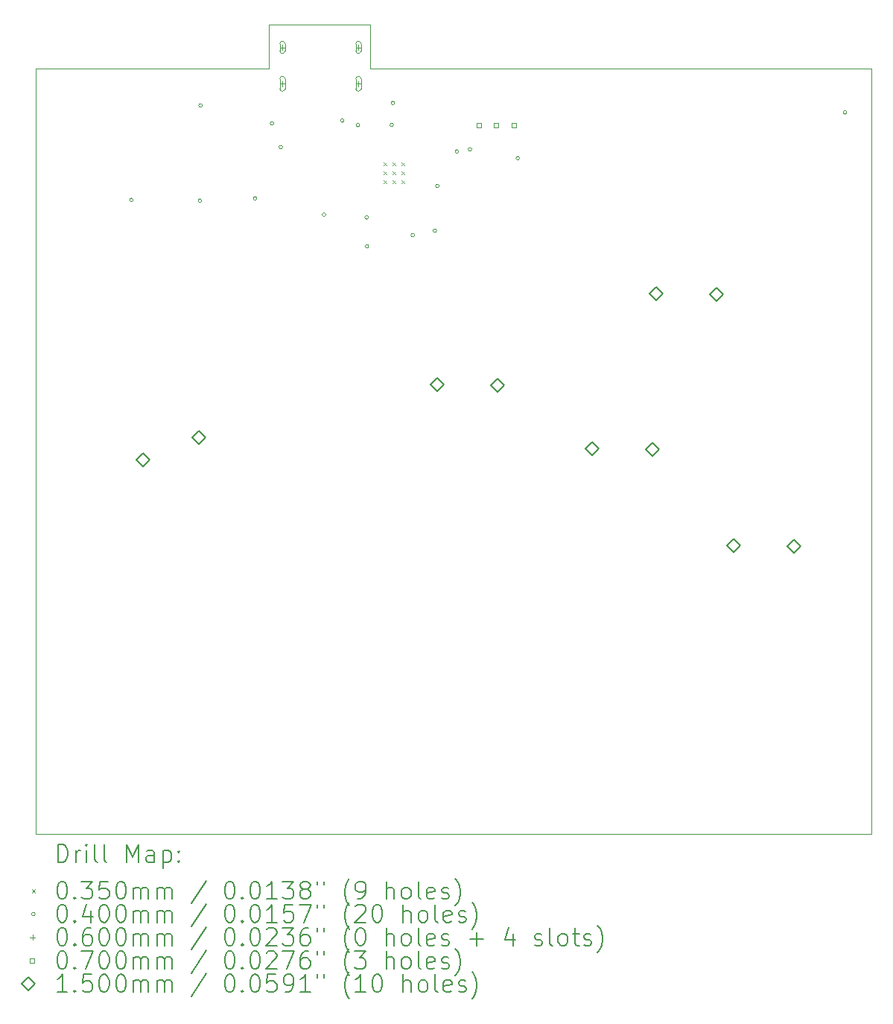
<source format=gbr>
%TF.GenerationSoftware,KiCad,Pcbnew,8.0.4*%
%TF.CreationDate,2024-07-23T18:00:42-07:00*%
%TF.ProjectId,2board_a,32626f61-7264-45f6-912e-6b696361645f,rev?*%
%TF.SameCoordinates,Original*%
%TF.FileFunction,Drillmap*%
%TF.FilePolarity,Positive*%
%FSLAX45Y45*%
G04 Gerber Fmt 4.5, Leading zero omitted, Abs format (unit mm)*
G04 Created by KiCad (PCBNEW 8.0.4) date 2024-07-23 18:00:42*
%MOMM*%
%LPD*%
G01*
G04 APERTURE LIST*
%ADD10C,0.100000*%
%ADD11C,0.200000*%
%ADD12C,0.150000*%
G04 APERTURE END LIST*
D10*
X12750000Y-2000000D02*
X13900000Y-2000000D01*
X12750000Y-2500000D02*
X12750000Y-2000000D01*
X10100000Y-2500000D02*
X12750000Y-2500000D01*
X19600000Y-2500000D02*
X19600000Y-11200000D01*
X13900000Y-2500000D02*
X19600000Y-2500000D01*
X19600000Y-11200000D02*
X10100000Y-11200000D01*
X13900000Y-2000000D02*
X13900000Y-2500000D01*
X10100000Y-11200000D02*
X10100000Y-2500000D01*
D11*
D10*
X14052500Y-3564900D02*
X14087500Y-3599900D01*
X14087500Y-3564900D02*
X14052500Y-3599900D01*
X14052500Y-3666500D02*
X14087500Y-3701500D01*
X14087500Y-3666500D02*
X14052500Y-3701500D01*
X14052500Y-3768100D02*
X14087500Y-3803100D01*
X14087500Y-3768100D02*
X14052500Y-3803100D01*
X14154100Y-3564900D02*
X14189100Y-3599900D01*
X14189100Y-3564900D02*
X14154100Y-3599900D01*
X14154100Y-3666500D02*
X14189100Y-3701500D01*
X14189100Y-3666500D02*
X14154100Y-3701500D01*
X14154100Y-3768100D02*
X14189100Y-3803100D01*
X14189100Y-3768100D02*
X14154100Y-3803100D01*
X14255700Y-3564900D02*
X14290700Y-3599900D01*
X14290700Y-3564900D02*
X14255700Y-3599900D01*
X14255700Y-3666500D02*
X14290700Y-3701500D01*
X14290700Y-3666500D02*
X14255700Y-3701500D01*
X14255700Y-3768100D02*
X14290700Y-3803100D01*
X14290700Y-3768100D02*
X14255700Y-3803100D01*
X11208000Y-3993000D02*
G75*
G02*
X11168000Y-3993000I-20000J0D01*
G01*
X11168000Y-3993000D02*
G75*
G02*
X11208000Y-3993000I20000J0D01*
G01*
X11987200Y-4001500D02*
G75*
G02*
X11947200Y-4001500I-20000J0D01*
G01*
X11947200Y-4001500D02*
G75*
G02*
X11987200Y-4001500I20000J0D01*
G01*
X11994500Y-2922000D02*
G75*
G02*
X11954500Y-2922000I-20000J0D01*
G01*
X11954500Y-2922000D02*
G75*
G02*
X11994500Y-2922000I20000J0D01*
G01*
X12616800Y-3976100D02*
G75*
G02*
X12576800Y-3976100I-20000J0D01*
G01*
X12576800Y-3976100D02*
G75*
G02*
X12616800Y-3976100I20000J0D01*
G01*
X12807300Y-3125200D02*
G75*
G02*
X12767300Y-3125200I-20000J0D01*
G01*
X12767300Y-3125200D02*
G75*
G02*
X12807300Y-3125200I20000J0D01*
G01*
X12908000Y-3393000D02*
G75*
G02*
X12868000Y-3393000I-20000J0D01*
G01*
X12868000Y-3393000D02*
G75*
G02*
X12908000Y-3393000I20000J0D01*
G01*
X13397850Y-4160250D02*
G75*
G02*
X13357850Y-4160250I-20000J0D01*
G01*
X13357850Y-4160250D02*
G75*
G02*
X13397850Y-4160250I20000J0D01*
G01*
X13608000Y-3093000D02*
G75*
G02*
X13568000Y-3093000I-20000J0D01*
G01*
X13568000Y-3093000D02*
G75*
G02*
X13608000Y-3093000I20000J0D01*
G01*
X13783000Y-3143000D02*
G75*
G02*
X13743000Y-3143000I-20000J0D01*
G01*
X13743000Y-3143000D02*
G75*
G02*
X13783000Y-3143000I20000J0D01*
G01*
X13883000Y-4193000D02*
G75*
G02*
X13843000Y-4193000I-20000J0D01*
G01*
X13843000Y-4193000D02*
G75*
G02*
X13883000Y-4193000I20000J0D01*
G01*
X13886800Y-4522200D02*
G75*
G02*
X13846800Y-4522200I-20000J0D01*
G01*
X13846800Y-4522200D02*
G75*
G02*
X13886800Y-4522200I20000J0D01*
G01*
X14168000Y-3143000D02*
G75*
G02*
X14128000Y-3143000I-20000J0D01*
G01*
X14128000Y-3143000D02*
G75*
G02*
X14168000Y-3143000I20000J0D01*
G01*
X14183000Y-2893000D02*
G75*
G02*
X14143000Y-2893000I-20000J0D01*
G01*
X14143000Y-2893000D02*
G75*
G02*
X14183000Y-2893000I20000J0D01*
G01*
X14408000Y-4393000D02*
G75*
G02*
X14368000Y-4393000I-20000J0D01*
G01*
X14368000Y-4393000D02*
G75*
G02*
X14408000Y-4393000I20000J0D01*
G01*
X14658000Y-4343000D02*
G75*
G02*
X14618000Y-4343000I-20000J0D01*
G01*
X14618000Y-4343000D02*
G75*
G02*
X14658000Y-4343000I20000J0D01*
G01*
X14686900Y-3836400D02*
G75*
G02*
X14646900Y-3836400I-20000J0D01*
G01*
X14646900Y-3836400D02*
G75*
G02*
X14686900Y-3836400I20000J0D01*
G01*
X14908000Y-3443000D02*
G75*
G02*
X14868000Y-3443000I-20000J0D01*
G01*
X14868000Y-3443000D02*
G75*
G02*
X14908000Y-3443000I20000J0D01*
G01*
X15058000Y-3418000D02*
G75*
G02*
X15018000Y-3418000I-20000J0D01*
G01*
X15018000Y-3418000D02*
G75*
G02*
X15058000Y-3418000I20000J0D01*
G01*
X15601300Y-3518900D02*
G75*
G02*
X15561300Y-3518900I-20000J0D01*
G01*
X15561300Y-3518900D02*
G75*
G02*
X15601300Y-3518900I20000J0D01*
G01*
X19320000Y-3000000D02*
G75*
G02*
X19280000Y-3000000I-20000J0D01*
G01*
X19280000Y-3000000D02*
G75*
G02*
X19320000Y-3000000I20000J0D01*
G01*
X12906000Y-2230500D02*
X12906000Y-2290500D01*
X12876000Y-2260500D02*
X12936000Y-2260500D01*
X12936000Y-2300500D02*
X12936000Y-2220500D01*
X12876000Y-2220500D02*
G75*
G02*
X12936000Y-2220500I30000J0D01*
G01*
X12876000Y-2220500D02*
X12876000Y-2300500D01*
X12876000Y-2300500D02*
G75*
G03*
X12936000Y-2300500I30000J0D01*
G01*
X12906000Y-2644500D02*
X12906000Y-2704500D01*
X12876000Y-2674500D02*
X12936000Y-2674500D01*
X12936000Y-2729500D02*
X12936000Y-2619500D01*
X12876000Y-2619500D02*
G75*
G02*
X12936000Y-2619500I30000J0D01*
G01*
X12876000Y-2619500D02*
X12876000Y-2729500D01*
X12876000Y-2729500D02*
G75*
G03*
X12936000Y-2729500I30000J0D01*
G01*
X13770000Y-2230500D02*
X13770000Y-2290500D01*
X13740000Y-2260500D02*
X13800000Y-2260500D01*
X13800000Y-2300500D02*
X13800000Y-2220500D01*
X13740000Y-2220500D02*
G75*
G02*
X13800000Y-2220500I30000J0D01*
G01*
X13740000Y-2220500D02*
X13740000Y-2300500D01*
X13740000Y-2300500D02*
G75*
G03*
X13800000Y-2300500I30000J0D01*
G01*
X13770000Y-2644500D02*
X13770000Y-2704500D01*
X13740000Y-2674500D02*
X13800000Y-2674500D01*
X13800000Y-2729500D02*
X13800000Y-2619500D01*
X13740000Y-2619500D02*
G75*
G02*
X13800000Y-2619500I30000J0D01*
G01*
X13740000Y-2619500D02*
X13740000Y-2729500D01*
X13740000Y-2729500D02*
G75*
G03*
X13800000Y-2729500I30000J0D01*
G01*
X15162749Y-3167749D02*
X15162749Y-3118251D01*
X15113251Y-3118251D01*
X15113251Y-3167749D01*
X15162749Y-3167749D01*
X15362749Y-3167749D02*
X15362749Y-3118251D01*
X15313251Y-3118251D01*
X15313251Y-3167749D01*
X15362749Y-3167749D01*
X15562749Y-3167749D02*
X15562749Y-3118251D01*
X15513251Y-3118251D01*
X15513251Y-3167749D01*
X15562749Y-3167749D01*
D12*
X11319000Y-7020170D02*
X11394000Y-6945170D01*
X11319000Y-6870170D01*
X11244000Y-6945170D01*
X11319000Y-7020170D01*
X11954000Y-6766170D02*
X12029000Y-6691170D01*
X11954000Y-6616170D01*
X11879000Y-6691170D01*
X11954000Y-6766170D01*
X14668690Y-6166956D02*
X14743690Y-6091956D01*
X14668690Y-6016956D01*
X14593690Y-6091956D01*
X14668690Y-6166956D01*
X15352555Y-6175295D02*
X15427555Y-6100295D01*
X15352555Y-6025295D01*
X15277555Y-6100295D01*
X15352555Y-6175295D01*
X16428681Y-6895968D02*
X16503681Y-6820968D01*
X16428681Y-6745968D01*
X16353681Y-6820968D01*
X16428681Y-6895968D01*
X17112546Y-6904307D02*
X17187546Y-6829307D01*
X17112546Y-6754307D01*
X17037546Y-6829307D01*
X17112546Y-6904307D01*
X17157693Y-5135978D02*
X17232693Y-5060978D01*
X17157693Y-4985978D01*
X17082693Y-5060978D01*
X17157693Y-5135978D01*
X17841558Y-5144317D02*
X17916558Y-5069317D01*
X17841558Y-4994317D01*
X17766558Y-5069317D01*
X17841558Y-5144317D01*
X18035598Y-7994532D02*
X18110598Y-7919532D01*
X18035598Y-7844532D01*
X17960598Y-7919532D01*
X18035598Y-7994532D01*
X18719463Y-8002871D02*
X18794463Y-7927871D01*
X18719463Y-7852871D01*
X18644463Y-7927871D01*
X18719463Y-8002871D01*
D11*
X10355777Y-11516484D02*
X10355777Y-11316484D01*
X10355777Y-11316484D02*
X10403396Y-11316484D01*
X10403396Y-11316484D02*
X10431967Y-11326008D01*
X10431967Y-11326008D02*
X10451015Y-11345055D01*
X10451015Y-11345055D02*
X10460539Y-11364103D01*
X10460539Y-11364103D02*
X10470063Y-11402198D01*
X10470063Y-11402198D02*
X10470063Y-11430769D01*
X10470063Y-11430769D02*
X10460539Y-11468865D01*
X10460539Y-11468865D02*
X10451015Y-11487912D01*
X10451015Y-11487912D02*
X10431967Y-11506960D01*
X10431967Y-11506960D02*
X10403396Y-11516484D01*
X10403396Y-11516484D02*
X10355777Y-11516484D01*
X10555777Y-11516484D02*
X10555777Y-11383150D01*
X10555777Y-11421246D02*
X10565301Y-11402198D01*
X10565301Y-11402198D02*
X10574824Y-11392674D01*
X10574824Y-11392674D02*
X10593872Y-11383150D01*
X10593872Y-11383150D02*
X10612920Y-11383150D01*
X10679586Y-11516484D02*
X10679586Y-11383150D01*
X10679586Y-11316484D02*
X10670063Y-11326008D01*
X10670063Y-11326008D02*
X10679586Y-11335531D01*
X10679586Y-11335531D02*
X10689110Y-11326008D01*
X10689110Y-11326008D02*
X10679586Y-11316484D01*
X10679586Y-11316484D02*
X10679586Y-11335531D01*
X10803396Y-11516484D02*
X10784348Y-11506960D01*
X10784348Y-11506960D02*
X10774824Y-11487912D01*
X10774824Y-11487912D02*
X10774824Y-11316484D01*
X10908158Y-11516484D02*
X10889110Y-11506960D01*
X10889110Y-11506960D02*
X10879586Y-11487912D01*
X10879586Y-11487912D02*
X10879586Y-11316484D01*
X11136729Y-11516484D02*
X11136729Y-11316484D01*
X11136729Y-11316484D02*
X11203396Y-11459341D01*
X11203396Y-11459341D02*
X11270062Y-11316484D01*
X11270062Y-11316484D02*
X11270062Y-11516484D01*
X11451015Y-11516484D02*
X11451015Y-11411722D01*
X11451015Y-11411722D02*
X11441491Y-11392674D01*
X11441491Y-11392674D02*
X11422443Y-11383150D01*
X11422443Y-11383150D02*
X11384348Y-11383150D01*
X11384348Y-11383150D02*
X11365301Y-11392674D01*
X11451015Y-11506960D02*
X11431967Y-11516484D01*
X11431967Y-11516484D02*
X11384348Y-11516484D01*
X11384348Y-11516484D02*
X11365301Y-11506960D01*
X11365301Y-11506960D02*
X11355777Y-11487912D01*
X11355777Y-11487912D02*
X11355777Y-11468865D01*
X11355777Y-11468865D02*
X11365301Y-11449817D01*
X11365301Y-11449817D02*
X11384348Y-11440293D01*
X11384348Y-11440293D02*
X11431967Y-11440293D01*
X11431967Y-11440293D02*
X11451015Y-11430769D01*
X11546253Y-11383150D02*
X11546253Y-11583150D01*
X11546253Y-11392674D02*
X11565301Y-11383150D01*
X11565301Y-11383150D02*
X11603396Y-11383150D01*
X11603396Y-11383150D02*
X11622443Y-11392674D01*
X11622443Y-11392674D02*
X11631967Y-11402198D01*
X11631967Y-11402198D02*
X11641491Y-11421246D01*
X11641491Y-11421246D02*
X11641491Y-11478388D01*
X11641491Y-11478388D02*
X11631967Y-11497436D01*
X11631967Y-11497436D02*
X11622443Y-11506960D01*
X11622443Y-11506960D02*
X11603396Y-11516484D01*
X11603396Y-11516484D02*
X11565301Y-11516484D01*
X11565301Y-11516484D02*
X11546253Y-11506960D01*
X11727205Y-11497436D02*
X11736729Y-11506960D01*
X11736729Y-11506960D02*
X11727205Y-11516484D01*
X11727205Y-11516484D02*
X11717682Y-11506960D01*
X11717682Y-11506960D02*
X11727205Y-11497436D01*
X11727205Y-11497436D02*
X11727205Y-11516484D01*
X11727205Y-11392674D02*
X11736729Y-11402198D01*
X11736729Y-11402198D02*
X11727205Y-11411722D01*
X11727205Y-11411722D02*
X11717682Y-11402198D01*
X11717682Y-11402198D02*
X11727205Y-11392674D01*
X11727205Y-11392674D02*
X11727205Y-11411722D01*
D10*
X10060000Y-11827500D02*
X10095000Y-11862500D01*
X10095000Y-11827500D02*
X10060000Y-11862500D01*
D11*
X10393872Y-11736484D02*
X10412920Y-11736484D01*
X10412920Y-11736484D02*
X10431967Y-11746008D01*
X10431967Y-11746008D02*
X10441491Y-11755531D01*
X10441491Y-11755531D02*
X10451015Y-11774579D01*
X10451015Y-11774579D02*
X10460539Y-11812674D01*
X10460539Y-11812674D02*
X10460539Y-11860293D01*
X10460539Y-11860293D02*
X10451015Y-11898388D01*
X10451015Y-11898388D02*
X10441491Y-11917436D01*
X10441491Y-11917436D02*
X10431967Y-11926960D01*
X10431967Y-11926960D02*
X10412920Y-11936484D01*
X10412920Y-11936484D02*
X10393872Y-11936484D01*
X10393872Y-11936484D02*
X10374824Y-11926960D01*
X10374824Y-11926960D02*
X10365301Y-11917436D01*
X10365301Y-11917436D02*
X10355777Y-11898388D01*
X10355777Y-11898388D02*
X10346253Y-11860293D01*
X10346253Y-11860293D02*
X10346253Y-11812674D01*
X10346253Y-11812674D02*
X10355777Y-11774579D01*
X10355777Y-11774579D02*
X10365301Y-11755531D01*
X10365301Y-11755531D02*
X10374824Y-11746008D01*
X10374824Y-11746008D02*
X10393872Y-11736484D01*
X10546253Y-11917436D02*
X10555777Y-11926960D01*
X10555777Y-11926960D02*
X10546253Y-11936484D01*
X10546253Y-11936484D02*
X10536729Y-11926960D01*
X10536729Y-11926960D02*
X10546253Y-11917436D01*
X10546253Y-11917436D02*
X10546253Y-11936484D01*
X10622444Y-11736484D02*
X10746253Y-11736484D01*
X10746253Y-11736484D02*
X10679586Y-11812674D01*
X10679586Y-11812674D02*
X10708158Y-11812674D01*
X10708158Y-11812674D02*
X10727205Y-11822198D01*
X10727205Y-11822198D02*
X10736729Y-11831722D01*
X10736729Y-11831722D02*
X10746253Y-11850769D01*
X10746253Y-11850769D02*
X10746253Y-11898388D01*
X10746253Y-11898388D02*
X10736729Y-11917436D01*
X10736729Y-11917436D02*
X10727205Y-11926960D01*
X10727205Y-11926960D02*
X10708158Y-11936484D01*
X10708158Y-11936484D02*
X10651015Y-11936484D01*
X10651015Y-11936484D02*
X10631967Y-11926960D01*
X10631967Y-11926960D02*
X10622444Y-11917436D01*
X10927205Y-11736484D02*
X10831967Y-11736484D01*
X10831967Y-11736484D02*
X10822444Y-11831722D01*
X10822444Y-11831722D02*
X10831967Y-11822198D01*
X10831967Y-11822198D02*
X10851015Y-11812674D01*
X10851015Y-11812674D02*
X10898634Y-11812674D01*
X10898634Y-11812674D02*
X10917682Y-11822198D01*
X10917682Y-11822198D02*
X10927205Y-11831722D01*
X10927205Y-11831722D02*
X10936729Y-11850769D01*
X10936729Y-11850769D02*
X10936729Y-11898388D01*
X10936729Y-11898388D02*
X10927205Y-11917436D01*
X10927205Y-11917436D02*
X10917682Y-11926960D01*
X10917682Y-11926960D02*
X10898634Y-11936484D01*
X10898634Y-11936484D02*
X10851015Y-11936484D01*
X10851015Y-11936484D02*
X10831967Y-11926960D01*
X10831967Y-11926960D02*
X10822444Y-11917436D01*
X11060539Y-11736484D02*
X11079586Y-11736484D01*
X11079586Y-11736484D02*
X11098634Y-11746008D01*
X11098634Y-11746008D02*
X11108158Y-11755531D01*
X11108158Y-11755531D02*
X11117682Y-11774579D01*
X11117682Y-11774579D02*
X11127205Y-11812674D01*
X11127205Y-11812674D02*
X11127205Y-11860293D01*
X11127205Y-11860293D02*
X11117682Y-11898388D01*
X11117682Y-11898388D02*
X11108158Y-11917436D01*
X11108158Y-11917436D02*
X11098634Y-11926960D01*
X11098634Y-11926960D02*
X11079586Y-11936484D01*
X11079586Y-11936484D02*
X11060539Y-11936484D01*
X11060539Y-11936484D02*
X11041491Y-11926960D01*
X11041491Y-11926960D02*
X11031967Y-11917436D01*
X11031967Y-11917436D02*
X11022444Y-11898388D01*
X11022444Y-11898388D02*
X11012920Y-11860293D01*
X11012920Y-11860293D02*
X11012920Y-11812674D01*
X11012920Y-11812674D02*
X11022444Y-11774579D01*
X11022444Y-11774579D02*
X11031967Y-11755531D01*
X11031967Y-11755531D02*
X11041491Y-11746008D01*
X11041491Y-11746008D02*
X11060539Y-11736484D01*
X11212920Y-11936484D02*
X11212920Y-11803150D01*
X11212920Y-11822198D02*
X11222443Y-11812674D01*
X11222443Y-11812674D02*
X11241491Y-11803150D01*
X11241491Y-11803150D02*
X11270063Y-11803150D01*
X11270063Y-11803150D02*
X11289110Y-11812674D01*
X11289110Y-11812674D02*
X11298634Y-11831722D01*
X11298634Y-11831722D02*
X11298634Y-11936484D01*
X11298634Y-11831722D02*
X11308158Y-11812674D01*
X11308158Y-11812674D02*
X11327205Y-11803150D01*
X11327205Y-11803150D02*
X11355777Y-11803150D01*
X11355777Y-11803150D02*
X11374824Y-11812674D01*
X11374824Y-11812674D02*
X11384348Y-11831722D01*
X11384348Y-11831722D02*
X11384348Y-11936484D01*
X11479586Y-11936484D02*
X11479586Y-11803150D01*
X11479586Y-11822198D02*
X11489110Y-11812674D01*
X11489110Y-11812674D02*
X11508158Y-11803150D01*
X11508158Y-11803150D02*
X11536729Y-11803150D01*
X11536729Y-11803150D02*
X11555777Y-11812674D01*
X11555777Y-11812674D02*
X11565301Y-11831722D01*
X11565301Y-11831722D02*
X11565301Y-11936484D01*
X11565301Y-11831722D02*
X11574824Y-11812674D01*
X11574824Y-11812674D02*
X11593872Y-11803150D01*
X11593872Y-11803150D02*
X11622443Y-11803150D01*
X11622443Y-11803150D02*
X11641491Y-11812674D01*
X11641491Y-11812674D02*
X11651015Y-11831722D01*
X11651015Y-11831722D02*
X11651015Y-11936484D01*
X12041491Y-11726960D02*
X11870063Y-11984103D01*
X12298634Y-11736484D02*
X12317682Y-11736484D01*
X12317682Y-11736484D02*
X12336729Y-11746008D01*
X12336729Y-11746008D02*
X12346253Y-11755531D01*
X12346253Y-11755531D02*
X12355777Y-11774579D01*
X12355777Y-11774579D02*
X12365301Y-11812674D01*
X12365301Y-11812674D02*
X12365301Y-11860293D01*
X12365301Y-11860293D02*
X12355777Y-11898388D01*
X12355777Y-11898388D02*
X12346253Y-11917436D01*
X12346253Y-11917436D02*
X12336729Y-11926960D01*
X12336729Y-11926960D02*
X12317682Y-11936484D01*
X12317682Y-11936484D02*
X12298634Y-11936484D01*
X12298634Y-11936484D02*
X12279586Y-11926960D01*
X12279586Y-11926960D02*
X12270063Y-11917436D01*
X12270063Y-11917436D02*
X12260539Y-11898388D01*
X12260539Y-11898388D02*
X12251015Y-11860293D01*
X12251015Y-11860293D02*
X12251015Y-11812674D01*
X12251015Y-11812674D02*
X12260539Y-11774579D01*
X12260539Y-11774579D02*
X12270063Y-11755531D01*
X12270063Y-11755531D02*
X12279586Y-11746008D01*
X12279586Y-11746008D02*
X12298634Y-11736484D01*
X12451015Y-11917436D02*
X12460539Y-11926960D01*
X12460539Y-11926960D02*
X12451015Y-11936484D01*
X12451015Y-11936484D02*
X12441491Y-11926960D01*
X12441491Y-11926960D02*
X12451015Y-11917436D01*
X12451015Y-11917436D02*
X12451015Y-11936484D01*
X12584348Y-11736484D02*
X12603396Y-11736484D01*
X12603396Y-11736484D02*
X12622444Y-11746008D01*
X12622444Y-11746008D02*
X12631967Y-11755531D01*
X12631967Y-11755531D02*
X12641491Y-11774579D01*
X12641491Y-11774579D02*
X12651015Y-11812674D01*
X12651015Y-11812674D02*
X12651015Y-11860293D01*
X12651015Y-11860293D02*
X12641491Y-11898388D01*
X12641491Y-11898388D02*
X12631967Y-11917436D01*
X12631967Y-11917436D02*
X12622444Y-11926960D01*
X12622444Y-11926960D02*
X12603396Y-11936484D01*
X12603396Y-11936484D02*
X12584348Y-11936484D01*
X12584348Y-11936484D02*
X12565301Y-11926960D01*
X12565301Y-11926960D02*
X12555777Y-11917436D01*
X12555777Y-11917436D02*
X12546253Y-11898388D01*
X12546253Y-11898388D02*
X12536729Y-11860293D01*
X12536729Y-11860293D02*
X12536729Y-11812674D01*
X12536729Y-11812674D02*
X12546253Y-11774579D01*
X12546253Y-11774579D02*
X12555777Y-11755531D01*
X12555777Y-11755531D02*
X12565301Y-11746008D01*
X12565301Y-11746008D02*
X12584348Y-11736484D01*
X12841491Y-11936484D02*
X12727206Y-11936484D01*
X12784348Y-11936484D02*
X12784348Y-11736484D01*
X12784348Y-11736484D02*
X12765301Y-11765055D01*
X12765301Y-11765055D02*
X12746253Y-11784103D01*
X12746253Y-11784103D02*
X12727206Y-11793627D01*
X12908158Y-11736484D02*
X13031967Y-11736484D01*
X13031967Y-11736484D02*
X12965301Y-11812674D01*
X12965301Y-11812674D02*
X12993872Y-11812674D01*
X12993872Y-11812674D02*
X13012920Y-11822198D01*
X13012920Y-11822198D02*
X13022444Y-11831722D01*
X13022444Y-11831722D02*
X13031967Y-11850769D01*
X13031967Y-11850769D02*
X13031967Y-11898388D01*
X13031967Y-11898388D02*
X13022444Y-11917436D01*
X13022444Y-11917436D02*
X13012920Y-11926960D01*
X13012920Y-11926960D02*
X12993872Y-11936484D01*
X12993872Y-11936484D02*
X12936729Y-11936484D01*
X12936729Y-11936484D02*
X12917682Y-11926960D01*
X12917682Y-11926960D02*
X12908158Y-11917436D01*
X13146253Y-11822198D02*
X13127206Y-11812674D01*
X13127206Y-11812674D02*
X13117682Y-11803150D01*
X13117682Y-11803150D02*
X13108158Y-11784103D01*
X13108158Y-11784103D02*
X13108158Y-11774579D01*
X13108158Y-11774579D02*
X13117682Y-11755531D01*
X13117682Y-11755531D02*
X13127206Y-11746008D01*
X13127206Y-11746008D02*
X13146253Y-11736484D01*
X13146253Y-11736484D02*
X13184348Y-11736484D01*
X13184348Y-11736484D02*
X13203396Y-11746008D01*
X13203396Y-11746008D02*
X13212920Y-11755531D01*
X13212920Y-11755531D02*
X13222444Y-11774579D01*
X13222444Y-11774579D02*
X13222444Y-11784103D01*
X13222444Y-11784103D02*
X13212920Y-11803150D01*
X13212920Y-11803150D02*
X13203396Y-11812674D01*
X13203396Y-11812674D02*
X13184348Y-11822198D01*
X13184348Y-11822198D02*
X13146253Y-11822198D01*
X13146253Y-11822198D02*
X13127206Y-11831722D01*
X13127206Y-11831722D02*
X13117682Y-11841246D01*
X13117682Y-11841246D02*
X13108158Y-11860293D01*
X13108158Y-11860293D02*
X13108158Y-11898388D01*
X13108158Y-11898388D02*
X13117682Y-11917436D01*
X13117682Y-11917436D02*
X13127206Y-11926960D01*
X13127206Y-11926960D02*
X13146253Y-11936484D01*
X13146253Y-11936484D02*
X13184348Y-11936484D01*
X13184348Y-11936484D02*
X13203396Y-11926960D01*
X13203396Y-11926960D02*
X13212920Y-11917436D01*
X13212920Y-11917436D02*
X13222444Y-11898388D01*
X13222444Y-11898388D02*
X13222444Y-11860293D01*
X13222444Y-11860293D02*
X13212920Y-11841246D01*
X13212920Y-11841246D02*
X13203396Y-11831722D01*
X13203396Y-11831722D02*
X13184348Y-11822198D01*
X13298634Y-11736484D02*
X13298634Y-11774579D01*
X13374825Y-11736484D02*
X13374825Y-11774579D01*
X13670063Y-12012674D02*
X13660539Y-12003150D01*
X13660539Y-12003150D02*
X13641491Y-11974579D01*
X13641491Y-11974579D02*
X13631968Y-11955531D01*
X13631968Y-11955531D02*
X13622444Y-11926960D01*
X13622444Y-11926960D02*
X13612920Y-11879341D01*
X13612920Y-11879341D02*
X13612920Y-11841246D01*
X13612920Y-11841246D02*
X13622444Y-11793627D01*
X13622444Y-11793627D02*
X13631968Y-11765055D01*
X13631968Y-11765055D02*
X13641491Y-11746008D01*
X13641491Y-11746008D02*
X13660539Y-11717436D01*
X13660539Y-11717436D02*
X13670063Y-11707912D01*
X13755777Y-11936484D02*
X13793872Y-11936484D01*
X13793872Y-11936484D02*
X13812920Y-11926960D01*
X13812920Y-11926960D02*
X13822444Y-11917436D01*
X13822444Y-11917436D02*
X13841491Y-11888865D01*
X13841491Y-11888865D02*
X13851015Y-11850769D01*
X13851015Y-11850769D02*
X13851015Y-11774579D01*
X13851015Y-11774579D02*
X13841491Y-11755531D01*
X13841491Y-11755531D02*
X13831968Y-11746008D01*
X13831968Y-11746008D02*
X13812920Y-11736484D01*
X13812920Y-11736484D02*
X13774825Y-11736484D01*
X13774825Y-11736484D02*
X13755777Y-11746008D01*
X13755777Y-11746008D02*
X13746253Y-11755531D01*
X13746253Y-11755531D02*
X13736729Y-11774579D01*
X13736729Y-11774579D02*
X13736729Y-11822198D01*
X13736729Y-11822198D02*
X13746253Y-11841246D01*
X13746253Y-11841246D02*
X13755777Y-11850769D01*
X13755777Y-11850769D02*
X13774825Y-11860293D01*
X13774825Y-11860293D02*
X13812920Y-11860293D01*
X13812920Y-11860293D02*
X13831968Y-11850769D01*
X13831968Y-11850769D02*
X13841491Y-11841246D01*
X13841491Y-11841246D02*
X13851015Y-11822198D01*
X14089110Y-11936484D02*
X14089110Y-11736484D01*
X14174825Y-11936484D02*
X14174825Y-11831722D01*
X14174825Y-11831722D02*
X14165301Y-11812674D01*
X14165301Y-11812674D02*
X14146253Y-11803150D01*
X14146253Y-11803150D02*
X14117682Y-11803150D01*
X14117682Y-11803150D02*
X14098634Y-11812674D01*
X14098634Y-11812674D02*
X14089110Y-11822198D01*
X14298634Y-11936484D02*
X14279587Y-11926960D01*
X14279587Y-11926960D02*
X14270063Y-11917436D01*
X14270063Y-11917436D02*
X14260539Y-11898388D01*
X14260539Y-11898388D02*
X14260539Y-11841246D01*
X14260539Y-11841246D02*
X14270063Y-11822198D01*
X14270063Y-11822198D02*
X14279587Y-11812674D01*
X14279587Y-11812674D02*
X14298634Y-11803150D01*
X14298634Y-11803150D02*
X14327206Y-11803150D01*
X14327206Y-11803150D02*
X14346253Y-11812674D01*
X14346253Y-11812674D02*
X14355777Y-11822198D01*
X14355777Y-11822198D02*
X14365301Y-11841246D01*
X14365301Y-11841246D02*
X14365301Y-11898388D01*
X14365301Y-11898388D02*
X14355777Y-11917436D01*
X14355777Y-11917436D02*
X14346253Y-11926960D01*
X14346253Y-11926960D02*
X14327206Y-11936484D01*
X14327206Y-11936484D02*
X14298634Y-11936484D01*
X14479587Y-11936484D02*
X14460539Y-11926960D01*
X14460539Y-11926960D02*
X14451015Y-11907912D01*
X14451015Y-11907912D02*
X14451015Y-11736484D01*
X14631968Y-11926960D02*
X14612920Y-11936484D01*
X14612920Y-11936484D02*
X14574825Y-11936484D01*
X14574825Y-11936484D02*
X14555777Y-11926960D01*
X14555777Y-11926960D02*
X14546253Y-11907912D01*
X14546253Y-11907912D02*
X14546253Y-11831722D01*
X14546253Y-11831722D02*
X14555777Y-11812674D01*
X14555777Y-11812674D02*
X14574825Y-11803150D01*
X14574825Y-11803150D02*
X14612920Y-11803150D01*
X14612920Y-11803150D02*
X14631968Y-11812674D01*
X14631968Y-11812674D02*
X14641491Y-11831722D01*
X14641491Y-11831722D02*
X14641491Y-11850769D01*
X14641491Y-11850769D02*
X14546253Y-11869817D01*
X14717682Y-11926960D02*
X14736730Y-11936484D01*
X14736730Y-11936484D02*
X14774825Y-11936484D01*
X14774825Y-11936484D02*
X14793872Y-11926960D01*
X14793872Y-11926960D02*
X14803396Y-11907912D01*
X14803396Y-11907912D02*
X14803396Y-11898388D01*
X14803396Y-11898388D02*
X14793872Y-11879341D01*
X14793872Y-11879341D02*
X14774825Y-11869817D01*
X14774825Y-11869817D02*
X14746253Y-11869817D01*
X14746253Y-11869817D02*
X14727206Y-11860293D01*
X14727206Y-11860293D02*
X14717682Y-11841246D01*
X14717682Y-11841246D02*
X14717682Y-11831722D01*
X14717682Y-11831722D02*
X14727206Y-11812674D01*
X14727206Y-11812674D02*
X14746253Y-11803150D01*
X14746253Y-11803150D02*
X14774825Y-11803150D01*
X14774825Y-11803150D02*
X14793872Y-11812674D01*
X14870063Y-12012674D02*
X14879587Y-12003150D01*
X14879587Y-12003150D02*
X14898634Y-11974579D01*
X14898634Y-11974579D02*
X14908158Y-11955531D01*
X14908158Y-11955531D02*
X14917682Y-11926960D01*
X14917682Y-11926960D02*
X14927206Y-11879341D01*
X14927206Y-11879341D02*
X14927206Y-11841246D01*
X14927206Y-11841246D02*
X14917682Y-11793627D01*
X14917682Y-11793627D02*
X14908158Y-11765055D01*
X14908158Y-11765055D02*
X14898634Y-11746008D01*
X14898634Y-11746008D02*
X14879587Y-11717436D01*
X14879587Y-11717436D02*
X14870063Y-11707912D01*
D10*
X10095000Y-12109000D02*
G75*
G02*
X10055000Y-12109000I-20000J0D01*
G01*
X10055000Y-12109000D02*
G75*
G02*
X10095000Y-12109000I20000J0D01*
G01*
D11*
X10393872Y-12000484D02*
X10412920Y-12000484D01*
X10412920Y-12000484D02*
X10431967Y-12010008D01*
X10431967Y-12010008D02*
X10441491Y-12019531D01*
X10441491Y-12019531D02*
X10451015Y-12038579D01*
X10451015Y-12038579D02*
X10460539Y-12076674D01*
X10460539Y-12076674D02*
X10460539Y-12124293D01*
X10460539Y-12124293D02*
X10451015Y-12162388D01*
X10451015Y-12162388D02*
X10441491Y-12181436D01*
X10441491Y-12181436D02*
X10431967Y-12190960D01*
X10431967Y-12190960D02*
X10412920Y-12200484D01*
X10412920Y-12200484D02*
X10393872Y-12200484D01*
X10393872Y-12200484D02*
X10374824Y-12190960D01*
X10374824Y-12190960D02*
X10365301Y-12181436D01*
X10365301Y-12181436D02*
X10355777Y-12162388D01*
X10355777Y-12162388D02*
X10346253Y-12124293D01*
X10346253Y-12124293D02*
X10346253Y-12076674D01*
X10346253Y-12076674D02*
X10355777Y-12038579D01*
X10355777Y-12038579D02*
X10365301Y-12019531D01*
X10365301Y-12019531D02*
X10374824Y-12010008D01*
X10374824Y-12010008D02*
X10393872Y-12000484D01*
X10546253Y-12181436D02*
X10555777Y-12190960D01*
X10555777Y-12190960D02*
X10546253Y-12200484D01*
X10546253Y-12200484D02*
X10536729Y-12190960D01*
X10536729Y-12190960D02*
X10546253Y-12181436D01*
X10546253Y-12181436D02*
X10546253Y-12200484D01*
X10727205Y-12067150D02*
X10727205Y-12200484D01*
X10679586Y-11990960D02*
X10631967Y-12133817D01*
X10631967Y-12133817D02*
X10755777Y-12133817D01*
X10870063Y-12000484D02*
X10889110Y-12000484D01*
X10889110Y-12000484D02*
X10908158Y-12010008D01*
X10908158Y-12010008D02*
X10917682Y-12019531D01*
X10917682Y-12019531D02*
X10927205Y-12038579D01*
X10927205Y-12038579D02*
X10936729Y-12076674D01*
X10936729Y-12076674D02*
X10936729Y-12124293D01*
X10936729Y-12124293D02*
X10927205Y-12162388D01*
X10927205Y-12162388D02*
X10917682Y-12181436D01*
X10917682Y-12181436D02*
X10908158Y-12190960D01*
X10908158Y-12190960D02*
X10889110Y-12200484D01*
X10889110Y-12200484D02*
X10870063Y-12200484D01*
X10870063Y-12200484D02*
X10851015Y-12190960D01*
X10851015Y-12190960D02*
X10841491Y-12181436D01*
X10841491Y-12181436D02*
X10831967Y-12162388D01*
X10831967Y-12162388D02*
X10822444Y-12124293D01*
X10822444Y-12124293D02*
X10822444Y-12076674D01*
X10822444Y-12076674D02*
X10831967Y-12038579D01*
X10831967Y-12038579D02*
X10841491Y-12019531D01*
X10841491Y-12019531D02*
X10851015Y-12010008D01*
X10851015Y-12010008D02*
X10870063Y-12000484D01*
X11060539Y-12000484D02*
X11079586Y-12000484D01*
X11079586Y-12000484D02*
X11098634Y-12010008D01*
X11098634Y-12010008D02*
X11108158Y-12019531D01*
X11108158Y-12019531D02*
X11117682Y-12038579D01*
X11117682Y-12038579D02*
X11127205Y-12076674D01*
X11127205Y-12076674D02*
X11127205Y-12124293D01*
X11127205Y-12124293D02*
X11117682Y-12162388D01*
X11117682Y-12162388D02*
X11108158Y-12181436D01*
X11108158Y-12181436D02*
X11098634Y-12190960D01*
X11098634Y-12190960D02*
X11079586Y-12200484D01*
X11079586Y-12200484D02*
X11060539Y-12200484D01*
X11060539Y-12200484D02*
X11041491Y-12190960D01*
X11041491Y-12190960D02*
X11031967Y-12181436D01*
X11031967Y-12181436D02*
X11022444Y-12162388D01*
X11022444Y-12162388D02*
X11012920Y-12124293D01*
X11012920Y-12124293D02*
X11012920Y-12076674D01*
X11012920Y-12076674D02*
X11022444Y-12038579D01*
X11022444Y-12038579D02*
X11031967Y-12019531D01*
X11031967Y-12019531D02*
X11041491Y-12010008D01*
X11041491Y-12010008D02*
X11060539Y-12000484D01*
X11212920Y-12200484D02*
X11212920Y-12067150D01*
X11212920Y-12086198D02*
X11222443Y-12076674D01*
X11222443Y-12076674D02*
X11241491Y-12067150D01*
X11241491Y-12067150D02*
X11270063Y-12067150D01*
X11270063Y-12067150D02*
X11289110Y-12076674D01*
X11289110Y-12076674D02*
X11298634Y-12095722D01*
X11298634Y-12095722D02*
X11298634Y-12200484D01*
X11298634Y-12095722D02*
X11308158Y-12076674D01*
X11308158Y-12076674D02*
X11327205Y-12067150D01*
X11327205Y-12067150D02*
X11355777Y-12067150D01*
X11355777Y-12067150D02*
X11374824Y-12076674D01*
X11374824Y-12076674D02*
X11384348Y-12095722D01*
X11384348Y-12095722D02*
X11384348Y-12200484D01*
X11479586Y-12200484D02*
X11479586Y-12067150D01*
X11479586Y-12086198D02*
X11489110Y-12076674D01*
X11489110Y-12076674D02*
X11508158Y-12067150D01*
X11508158Y-12067150D02*
X11536729Y-12067150D01*
X11536729Y-12067150D02*
X11555777Y-12076674D01*
X11555777Y-12076674D02*
X11565301Y-12095722D01*
X11565301Y-12095722D02*
X11565301Y-12200484D01*
X11565301Y-12095722D02*
X11574824Y-12076674D01*
X11574824Y-12076674D02*
X11593872Y-12067150D01*
X11593872Y-12067150D02*
X11622443Y-12067150D01*
X11622443Y-12067150D02*
X11641491Y-12076674D01*
X11641491Y-12076674D02*
X11651015Y-12095722D01*
X11651015Y-12095722D02*
X11651015Y-12200484D01*
X12041491Y-11990960D02*
X11870063Y-12248103D01*
X12298634Y-12000484D02*
X12317682Y-12000484D01*
X12317682Y-12000484D02*
X12336729Y-12010008D01*
X12336729Y-12010008D02*
X12346253Y-12019531D01*
X12346253Y-12019531D02*
X12355777Y-12038579D01*
X12355777Y-12038579D02*
X12365301Y-12076674D01*
X12365301Y-12076674D02*
X12365301Y-12124293D01*
X12365301Y-12124293D02*
X12355777Y-12162388D01*
X12355777Y-12162388D02*
X12346253Y-12181436D01*
X12346253Y-12181436D02*
X12336729Y-12190960D01*
X12336729Y-12190960D02*
X12317682Y-12200484D01*
X12317682Y-12200484D02*
X12298634Y-12200484D01*
X12298634Y-12200484D02*
X12279586Y-12190960D01*
X12279586Y-12190960D02*
X12270063Y-12181436D01*
X12270063Y-12181436D02*
X12260539Y-12162388D01*
X12260539Y-12162388D02*
X12251015Y-12124293D01*
X12251015Y-12124293D02*
X12251015Y-12076674D01*
X12251015Y-12076674D02*
X12260539Y-12038579D01*
X12260539Y-12038579D02*
X12270063Y-12019531D01*
X12270063Y-12019531D02*
X12279586Y-12010008D01*
X12279586Y-12010008D02*
X12298634Y-12000484D01*
X12451015Y-12181436D02*
X12460539Y-12190960D01*
X12460539Y-12190960D02*
X12451015Y-12200484D01*
X12451015Y-12200484D02*
X12441491Y-12190960D01*
X12441491Y-12190960D02*
X12451015Y-12181436D01*
X12451015Y-12181436D02*
X12451015Y-12200484D01*
X12584348Y-12000484D02*
X12603396Y-12000484D01*
X12603396Y-12000484D02*
X12622444Y-12010008D01*
X12622444Y-12010008D02*
X12631967Y-12019531D01*
X12631967Y-12019531D02*
X12641491Y-12038579D01*
X12641491Y-12038579D02*
X12651015Y-12076674D01*
X12651015Y-12076674D02*
X12651015Y-12124293D01*
X12651015Y-12124293D02*
X12641491Y-12162388D01*
X12641491Y-12162388D02*
X12631967Y-12181436D01*
X12631967Y-12181436D02*
X12622444Y-12190960D01*
X12622444Y-12190960D02*
X12603396Y-12200484D01*
X12603396Y-12200484D02*
X12584348Y-12200484D01*
X12584348Y-12200484D02*
X12565301Y-12190960D01*
X12565301Y-12190960D02*
X12555777Y-12181436D01*
X12555777Y-12181436D02*
X12546253Y-12162388D01*
X12546253Y-12162388D02*
X12536729Y-12124293D01*
X12536729Y-12124293D02*
X12536729Y-12076674D01*
X12536729Y-12076674D02*
X12546253Y-12038579D01*
X12546253Y-12038579D02*
X12555777Y-12019531D01*
X12555777Y-12019531D02*
X12565301Y-12010008D01*
X12565301Y-12010008D02*
X12584348Y-12000484D01*
X12841491Y-12200484D02*
X12727206Y-12200484D01*
X12784348Y-12200484D02*
X12784348Y-12000484D01*
X12784348Y-12000484D02*
X12765301Y-12029055D01*
X12765301Y-12029055D02*
X12746253Y-12048103D01*
X12746253Y-12048103D02*
X12727206Y-12057627D01*
X13022444Y-12000484D02*
X12927206Y-12000484D01*
X12927206Y-12000484D02*
X12917682Y-12095722D01*
X12917682Y-12095722D02*
X12927206Y-12086198D01*
X12927206Y-12086198D02*
X12946253Y-12076674D01*
X12946253Y-12076674D02*
X12993872Y-12076674D01*
X12993872Y-12076674D02*
X13012920Y-12086198D01*
X13012920Y-12086198D02*
X13022444Y-12095722D01*
X13022444Y-12095722D02*
X13031967Y-12114769D01*
X13031967Y-12114769D02*
X13031967Y-12162388D01*
X13031967Y-12162388D02*
X13022444Y-12181436D01*
X13022444Y-12181436D02*
X13012920Y-12190960D01*
X13012920Y-12190960D02*
X12993872Y-12200484D01*
X12993872Y-12200484D02*
X12946253Y-12200484D01*
X12946253Y-12200484D02*
X12927206Y-12190960D01*
X12927206Y-12190960D02*
X12917682Y-12181436D01*
X13098634Y-12000484D02*
X13231967Y-12000484D01*
X13231967Y-12000484D02*
X13146253Y-12200484D01*
X13298634Y-12000484D02*
X13298634Y-12038579D01*
X13374825Y-12000484D02*
X13374825Y-12038579D01*
X13670063Y-12276674D02*
X13660539Y-12267150D01*
X13660539Y-12267150D02*
X13641491Y-12238579D01*
X13641491Y-12238579D02*
X13631968Y-12219531D01*
X13631968Y-12219531D02*
X13622444Y-12190960D01*
X13622444Y-12190960D02*
X13612920Y-12143341D01*
X13612920Y-12143341D02*
X13612920Y-12105246D01*
X13612920Y-12105246D02*
X13622444Y-12057627D01*
X13622444Y-12057627D02*
X13631968Y-12029055D01*
X13631968Y-12029055D02*
X13641491Y-12010008D01*
X13641491Y-12010008D02*
X13660539Y-11981436D01*
X13660539Y-11981436D02*
X13670063Y-11971912D01*
X13736729Y-12019531D02*
X13746253Y-12010008D01*
X13746253Y-12010008D02*
X13765301Y-12000484D01*
X13765301Y-12000484D02*
X13812920Y-12000484D01*
X13812920Y-12000484D02*
X13831968Y-12010008D01*
X13831968Y-12010008D02*
X13841491Y-12019531D01*
X13841491Y-12019531D02*
X13851015Y-12038579D01*
X13851015Y-12038579D02*
X13851015Y-12057627D01*
X13851015Y-12057627D02*
X13841491Y-12086198D01*
X13841491Y-12086198D02*
X13727206Y-12200484D01*
X13727206Y-12200484D02*
X13851015Y-12200484D01*
X13974825Y-12000484D02*
X13993872Y-12000484D01*
X13993872Y-12000484D02*
X14012920Y-12010008D01*
X14012920Y-12010008D02*
X14022444Y-12019531D01*
X14022444Y-12019531D02*
X14031968Y-12038579D01*
X14031968Y-12038579D02*
X14041491Y-12076674D01*
X14041491Y-12076674D02*
X14041491Y-12124293D01*
X14041491Y-12124293D02*
X14031968Y-12162388D01*
X14031968Y-12162388D02*
X14022444Y-12181436D01*
X14022444Y-12181436D02*
X14012920Y-12190960D01*
X14012920Y-12190960D02*
X13993872Y-12200484D01*
X13993872Y-12200484D02*
X13974825Y-12200484D01*
X13974825Y-12200484D02*
X13955777Y-12190960D01*
X13955777Y-12190960D02*
X13946253Y-12181436D01*
X13946253Y-12181436D02*
X13936729Y-12162388D01*
X13936729Y-12162388D02*
X13927206Y-12124293D01*
X13927206Y-12124293D02*
X13927206Y-12076674D01*
X13927206Y-12076674D02*
X13936729Y-12038579D01*
X13936729Y-12038579D02*
X13946253Y-12019531D01*
X13946253Y-12019531D02*
X13955777Y-12010008D01*
X13955777Y-12010008D02*
X13974825Y-12000484D01*
X14279587Y-12200484D02*
X14279587Y-12000484D01*
X14365301Y-12200484D02*
X14365301Y-12095722D01*
X14365301Y-12095722D02*
X14355777Y-12076674D01*
X14355777Y-12076674D02*
X14336730Y-12067150D01*
X14336730Y-12067150D02*
X14308158Y-12067150D01*
X14308158Y-12067150D02*
X14289110Y-12076674D01*
X14289110Y-12076674D02*
X14279587Y-12086198D01*
X14489110Y-12200484D02*
X14470063Y-12190960D01*
X14470063Y-12190960D02*
X14460539Y-12181436D01*
X14460539Y-12181436D02*
X14451015Y-12162388D01*
X14451015Y-12162388D02*
X14451015Y-12105246D01*
X14451015Y-12105246D02*
X14460539Y-12086198D01*
X14460539Y-12086198D02*
X14470063Y-12076674D01*
X14470063Y-12076674D02*
X14489110Y-12067150D01*
X14489110Y-12067150D02*
X14517682Y-12067150D01*
X14517682Y-12067150D02*
X14536730Y-12076674D01*
X14536730Y-12076674D02*
X14546253Y-12086198D01*
X14546253Y-12086198D02*
X14555777Y-12105246D01*
X14555777Y-12105246D02*
X14555777Y-12162388D01*
X14555777Y-12162388D02*
X14546253Y-12181436D01*
X14546253Y-12181436D02*
X14536730Y-12190960D01*
X14536730Y-12190960D02*
X14517682Y-12200484D01*
X14517682Y-12200484D02*
X14489110Y-12200484D01*
X14670063Y-12200484D02*
X14651015Y-12190960D01*
X14651015Y-12190960D02*
X14641491Y-12171912D01*
X14641491Y-12171912D02*
X14641491Y-12000484D01*
X14822444Y-12190960D02*
X14803396Y-12200484D01*
X14803396Y-12200484D02*
X14765301Y-12200484D01*
X14765301Y-12200484D02*
X14746253Y-12190960D01*
X14746253Y-12190960D02*
X14736730Y-12171912D01*
X14736730Y-12171912D02*
X14736730Y-12095722D01*
X14736730Y-12095722D02*
X14746253Y-12076674D01*
X14746253Y-12076674D02*
X14765301Y-12067150D01*
X14765301Y-12067150D02*
X14803396Y-12067150D01*
X14803396Y-12067150D02*
X14822444Y-12076674D01*
X14822444Y-12076674D02*
X14831968Y-12095722D01*
X14831968Y-12095722D02*
X14831968Y-12114769D01*
X14831968Y-12114769D02*
X14736730Y-12133817D01*
X14908158Y-12190960D02*
X14927206Y-12200484D01*
X14927206Y-12200484D02*
X14965301Y-12200484D01*
X14965301Y-12200484D02*
X14984349Y-12190960D01*
X14984349Y-12190960D02*
X14993872Y-12171912D01*
X14993872Y-12171912D02*
X14993872Y-12162388D01*
X14993872Y-12162388D02*
X14984349Y-12143341D01*
X14984349Y-12143341D02*
X14965301Y-12133817D01*
X14965301Y-12133817D02*
X14936730Y-12133817D01*
X14936730Y-12133817D02*
X14917682Y-12124293D01*
X14917682Y-12124293D02*
X14908158Y-12105246D01*
X14908158Y-12105246D02*
X14908158Y-12095722D01*
X14908158Y-12095722D02*
X14917682Y-12076674D01*
X14917682Y-12076674D02*
X14936730Y-12067150D01*
X14936730Y-12067150D02*
X14965301Y-12067150D01*
X14965301Y-12067150D02*
X14984349Y-12076674D01*
X15060539Y-12276674D02*
X15070063Y-12267150D01*
X15070063Y-12267150D02*
X15089111Y-12238579D01*
X15089111Y-12238579D02*
X15098634Y-12219531D01*
X15098634Y-12219531D02*
X15108158Y-12190960D01*
X15108158Y-12190960D02*
X15117682Y-12143341D01*
X15117682Y-12143341D02*
X15117682Y-12105246D01*
X15117682Y-12105246D02*
X15108158Y-12057627D01*
X15108158Y-12057627D02*
X15098634Y-12029055D01*
X15098634Y-12029055D02*
X15089111Y-12010008D01*
X15089111Y-12010008D02*
X15070063Y-11981436D01*
X15070063Y-11981436D02*
X15060539Y-11971912D01*
D10*
X10065000Y-12343000D02*
X10065000Y-12403000D01*
X10035000Y-12373000D02*
X10095000Y-12373000D01*
D11*
X10393872Y-12264484D02*
X10412920Y-12264484D01*
X10412920Y-12264484D02*
X10431967Y-12274008D01*
X10431967Y-12274008D02*
X10441491Y-12283531D01*
X10441491Y-12283531D02*
X10451015Y-12302579D01*
X10451015Y-12302579D02*
X10460539Y-12340674D01*
X10460539Y-12340674D02*
X10460539Y-12388293D01*
X10460539Y-12388293D02*
X10451015Y-12426388D01*
X10451015Y-12426388D02*
X10441491Y-12445436D01*
X10441491Y-12445436D02*
X10431967Y-12454960D01*
X10431967Y-12454960D02*
X10412920Y-12464484D01*
X10412920Y-12464484D02*
X10393872Y-12464484D01*
X10393872Y-12464484D02*
X10374824Y-12454960D01*
X10374824Y-12454960D02*
X10365301Y-12445436D01*
X10365301Y-12445436D02*
X10355777Y-12426388D01*
X10355777Y-12426388D02*
X10346253Y-12388293D01*
X10346253Y-12388293D02*
X10346253Y-12340674D01*
X10346253Y-12340674D02*
X10355777Y-12302579D01*
X10355777Y-12302579D02*
X10365301Y-12283531D01*
X10365301Y-12283531D02*
X10374824Y-12274008D01*
X10374824Y-12274008D02*
X10393872Y-12264484D01*
X10546253Y-12445436D02*
X10555777Y-12454960D01*
X10555777Y-12454960D02*
X10546253Y-12464484D01*
X10546253Y-12464484D02*
X10536729Y-12454960D01*
X10536729Y-12454960D02*
X10546253Y-12445436D01*
X10546253Y-12445436D02*
X10546253Y-12464484D01*
X10727205Y-12264484D02*
X10689110Y-12264484D01*
X10689110Y-12264484D02*
X10670063Y-12274008D01*
X10670063Y-12274008D02*
X10660539Y-12283531D01*
X10660539Y-12283531D02*
X10641491Y-12312103D01*
X10641491Y-12312103D02*
X10631967Y-12350198D01*
X10631967Y-12350198D02*
X10631967Y-12426388D01*
X10631967Y-12426388D02*
X10641491Y-12445436D01*
X10641491Y-12445436D02*
X10651015Y-12454960D01*
X10651015Y-12454960D02*
X10670063Y-12464484D01*
X10670063Y-12464484D02*
X10708158Y-12464484D01*
X10708158Y-12464484D02*
X10727205Y-12454960D01*
X10727205Y-12454960D02*
X10736729Y-12445436D01*
X10736729Y-12445436D02*
X10746253Y-12426388D01*
X10746253Y-12426388D02*
X10746253Y-12378769D01*
X10746253Y-12378769D02*
X10736729Y-12359722D01*
X10736729Y-12359722D02*
X10727205Y-12350198D01*
X10727205Y-12350198D02*
X10708158Y-12340674D01*
X10708158Y-12340674D02*
X10670063Y-12340674D01*
X10670063Y-12340674D02*
X10651015Y-12350198D01*
X10651015Y-12350198D02*
X10641491Y-12359722D01*
X10641491Y-12359722D02*
X10631967Y-12378769D01*
X10870063Y-12264484D02*
X10889110Y-12264484D01*
X10889110Y-12264484D02*
X10908158Y-12274008D01*
X10908158Y-12274008D02*
X10917682Y-12283531D01*
X10917682Y-12283531D02*
X10927205Y-12302579D01*
X10927205Y-12302579D02*
X10936729Y-12340674D01*
X10936729Y-12340674D02*
X10936729Y-12388293D01*
X10936729Y-12388293D02*
X10927205Y-12426388D01*
X10927205Y-12426388D02*
X10917682Y-12445436D01*
X10917682Y-12445436D02*
X10908158Y-12454960D01*
X10908158Y-12454960D02*
X10889110Y-12464484D01*
X10889110Y-12464484D02*
X10870063Y-12464484D01*
X10870063Y-12464484D02*
X10851015Y-12454960D01*
X10851015Y-12454960D02*
X10841491Y-12445436D01*
X10841491Y-12445436D02*
X10831967Y-12426388D01*
X10831967Y-12426388D02*
X10822444Y-12388293D01*
X10822444Y-12388293D02*
X10822444Y-12340674D01*
X10822444Y-12340674D02*
X10831967Y-12302579D01*
X10831967Y-12302579D02*
X10841491Y-12283531D01*
X10841491Y-12283531D02*
X10851015Y-12274008D01*
X10851015Y-12274008D02*
X10870063Y-12264484D01*
X11060539Y-12264484D02*
X11079586Y-12264484D01*
X11079586Y-12264484D02*
X11098634Y-12274008D01*
X11098634Y-12274008D02*
X11108158Y-12283531D01*
X11108158Y-12283531D02*
X11117682Y-12302579D01*
X11117682Y-12302579D02*
X11127205Y-12340674D01*
X11127205Y-12340674D02*
X11127205Y-12388293D01*
X11127205Y-12388293D02*
X11117682Y-12426388D01*
X11117682Y-12426388D02*
X11108158Y-12445436D01*
X11108158Y-12445436D02*
X11098634Y-12454960D01*
X11098634Y-12454960D02*
X11079586Y-12464484D01*
X11079586Y-12464484D02*
X11060539Y-12464484D01*
X11060539Y-12464484D02*
X11041491Y-12454960D01*
X11041491Y-12454960D02*
X11031967Y-12445436D01*
X11031967Y-12445436D02*
X11022444Y-12426388D01*
X11022444Y-12426388D02*
X11012920Y-12388293D01*
X11012920Y-12388293D02*
X11012920Y-12340674D01*
X11012920Y-12340674D02*
X11022444Y-12302579D01*
X11022444Y-12302579D02*
X11031967Y-12283531D01*
X11031967Y-12283531D02*
X11041491Y-12274008D01*
X11041491Y-12274008D02*
X11060539Y-12264484D01*
X11212920Y-12464484D02*
X11212920Y-12331150D01*
X11212920Y-12350198D02*
X11222443Y-12340674D01*
X11222443Y-12340674D02*
X11241491Y-12331150D01*
X11241491Y-12331150D02*
X11270063Y-12331150D01*
X11270063Y-12331150D02*
X11289110Y-12340674D01*
X11289110Y-12340674D02*
X11298634Y-12359722D01*
X11298634Y-12359722D02*
X11298634Y-12464484D01*
X11298634Y-12359722D02*
X11308158Y-12340674D01*
X11308158Y-12340674D02*
X11327205Y-12331150D01*
X11327205Y-12331150D02*
X11355777Y-12331150D01*
X11355777Y-12331150D02*
X11374824Y-12340674D01*
X11374824Y-12340674D02*
X11384348Y-12359722D01*
X11384348Y-12359722D02*
X11384348Y-12464484D01*
X11479586Y-12464484D02*
X11479586Y-12331150D01*
X11479586Y-12350198D02*
X11489110Y-12340674D01*
X11489110Y-12340674D02*
X11508158Y-12331150D01*
X11508158Y-12331150D02*
X11536729Y-12331150D01*
X11536729Y-12331150D02*
X11555777Y-12340674D01*
X11555777Y-12340674D02*
X11565301Y-12359722D01*
X11565301Y-12359722D02*
X11565301Y-12464484D01*
X11565301Y-12359722D02*
X11574824Y-12340674D01*
X11574824Y-12340674D02*
X11593872Y-12331150D01*
X11593872Y-12331150D02*
X11622443Y-12331150D01*
X11622443Y-12331150D02*
X11641491Y-12340674D01*
X11641491Y-12340674D02*
X11651015Y-12359722D01*
X11651015Y-12359722D02*
X11651015Y-12464484D01*
X12041491Y-12254960D02*
X11870063Y-12512103D01*
X12298634Y-12264484D02*
X12317682Y-12264484D01*
X12317682Y-12264484D02*
X12336729Y-12274008D01*
X12336729Y-12274008D02*
X12346253Y-12283531D01*
X12346253Y-12283531D02*
X12355777Y-12302579D01*
X12355777Y-12302579D02*
X12365301Y-12340674D01*
X12365301Y-12340674D02*
X12365301Y-12388293D01*
X12365301Y-12388293D02*
X12355777Y-12426388D01*
X12355777Y-12426388D02*
X12346253Y-12445436D01*
X12346253Y-12445436D02*
X12336729Y-12454960D01*
X12336729Y-12454960D02*
X12317682Y-12464484D01*
X12317682Y-12464484D02*
X12298634Y-12464484D01*
X12298634Y-12464484D02*
X12279586Y-12454960D01*
X12279586Y-12454960D02*
X12270063Y-12445436D01*
X12270063Y-12445436D02*
X12260539Y-12426388D01*
X12260539Y-12426388D02*
X12251015Y-12388293D01*
X12251015Y-12388293D02*
X12251015Y-12340674D01*
X12251015Y-12340674D02*
X12260539Y-12302579D01*
X12260539Y-12302579D02*
X12270063Y-12283531D01*
X12270063Y-12283531D02*
X12279586Y-12274008D01*
X12279586Y-12274008D02*
X12298634Y-12264484D01*
X12451015Y-12445436D02*
X12460539Y-12454960D01*
X12460539Y-12454960D02*
X12451015Y-12464484D01*
X12451015Y-12464484D02*
X12441491Y-12454960D01*
X12441491Y-12454960D02*
X12451015Y-12445436D01*
X12451015Y-12445436D02*
X12451015Y-12464484D01*
X12584348Y-12264484D02*
X12603396Y-12264484D01*
X12603396Y-12264484D02*
X12622444Y-12274008D01*
X12622444Y-12274008D02*
X12631967Y-12283531D01*
X12631967Y-12283531D02*
X12641491Y-12302579D01*
X12641491Y-12302579D02*
X12651015Y-12340674D01*
X12651015Y-12340674D02*
X12651015Y-12388293D01*
X12651015Y-12388293D02*
X12641491Y-12426388D01*
X12641491Y-12426388D02*
X12631967Y-12445436D01*
X12631967Y-12445436D02*
X12622444Y-12454960D01*
X12622444Y-12454960D02*
X12603396Y-12464484D01*
X12603396Y-12464484D02*
X12584348Y-12464484D01*
X12584348Y-12464484D02*
X12565301Y-12454960D01*
X12565301Y-12454960D02*
X12555777Y-12445436D01*
X12555777Y-12445436D02*
X12546253Y-12426388D01*
X12546253Y-12426388D02*
X12536729Y-12388293D01*
X12536729Y-12388293D02*
X12536729Y-12340674D01*
X12536729Y-12340674D02*
X12546253Y-12302579D01*
X12546253Y-12302579D02*
X12555777Y-12283531D01*
X12555777Y-12283531D02*
X12565301Y-12274008D01*
X12565301Y-12274008D02*
X12584348Y-12264484D01*
X12727206Y-12283531D02*
X12736729Y-12274008D01*
X12736729Y-12274008D02*
X12755777Y-12264484D01*
X12755777Y-12264484D02*
X12803396Y-12264484D01*
X12803396Y-12264484D02*
X12822444Y-12274008D01*
X12822444Y-12274008D02*
X12831967Y-12283531D01*
X12831967Y-12283531D02*
X12841491Y-12302579D01*
X12841491Y-12302579D02*
X12841491Y-12321627D01*
X12841491Y-12321627D02*
X12831967Y-12350198D01*
X12831967Y-12350198D02*
X12717682Y-12464484D01*
X12717682Y-12464484D02*
X12841491Y-12464484D01*
X12908158Y-12264484D02*
X13031967Y-12264484D01*
X13031967Y-12264484D02*
X12965301Y-12340674D01*
X12965301Y-12340674D02*
X12993872Y-12340674D01*
X12993872Y-12340674D02*
X13012920Y-12350198D01*
X13012920Y-12350198D02*
X13022444Y-12359722D01*
X13022444Y-12359722D02*
X13031967Y-12378769D01*
X13031967Y-12378769D02*
X13031967Y-12426388D01*
X13031967Y-12426388D02*
X13022444Y-12445436D01*
X13022444Y-12445436D02*
X13012920Y-12454960D01*
X13012920Y-12454960D02*
X12993872Y-12464484D01*
X12993872Y-12464484D02*
X12936729Y-12464484D01*
X12936729Y-12464484D02*
X12917682Y-12454960D01*
X12917682Y-12454960D02*
X12908158Y-12445436D01*
X13203396Y-12264484D02*
X13165301Y-12264484D01*
X13165301Y-12264484D02*
X13146253Y-12274008D01*
X13146253Y-12274008D02*
X13136729Y-12283531D01*
X13136729Y-12283531D02*
X13117682Y-12312103D01*
X13117682Y-12312103D02*
X13108158Y-12350198D01*
X13108158Y-12350198D02*
X13108158Y-12426388D01*
X13108158Y-12426388D02*
X13117682Y-12445436D01*
X13117682Y-12445436D02*
X13127206Y-12454960D01*
X13127206Y-12454960D02*
X13146253Y-12464484D01*
X13146253Y-12464484D02*
X13184348Y-12464484D01*
X13184348Y-12464484D02*
X13203396Y-12454960D01*
X13203396Y-12454960D02*
X13212920Y-12445436D01*
X13212920Y-12445436D02*
X13222444Y-12426388D01*
X13222444Y-12426388D02*
X13222444Y-12378769D01*
X13222444Y-12378769D02*
X13212920Y-12359722D01*
X13212920Y-12359722D02*
X13203396Y-12350198D01*
X13203396Y-12350198D02*
X13184348Y-12340674D01*
X13184348Y-12340674D02*
X13146253Y-12340674D01*
X13146253Y-12340674D02*
X13127206Y-12350198D01*
X13127206Y-12350198D02*
X13117682Y-12359722D01*
X13117682Y-12359722D02*
X13108158Y-12378769D01*
X13298634Y-12264484D02*
X13298634Y-12302579D01*
X13374825Y-12264484D02*
X13374825Y-12302579D01*
X13670063Y-12540674D02*
X13660539Y-12531150D01*
X13660539Y-12531150D02*
X13641491Y-12502579D01*
X13641491Y-12502579D02*
X13631968Y-12483531D01*
X13631968Y-12483531D02*
X13622444Y-12454960D01*
X13622444Y-12454960D02*
X13612920Y-12407341D01*
X13612920Y-12407341D02*
X13612920Y-12369246D01*
X13612920Y-12369246D02*
X13622444Y-12321627D01*
X13622444Y-12321627D02*
X13631968Y-12293055D01*
X13631968Y-12293055D02*
X13641491Y-12274008D01*
X13641491Y-12274008D02*
X13660539Y-12245436D01*
X13660539Y-12245436D02*
X13670063Y-12235912D01*
X13784348Y-12264484D02*
X13803396Y-12264484D01*
X13803396Y-12264484D02*
X13822444Y-12274008D01*
X13822444Y-12274008D02*
X13831968Y-12283531D01*
X13831968Y-12283531D02*
X13841491Y-12302579D01*
X13841491Y-12302579D02*
X13851015Y-12340674D01*
X13851015Y-12340674D02*
X13851015Y-12388293D01*
X13851015Y-12388293D02*
X13841491Y-12426388D01*
X13841491Y-12426388D02*
X13831968Y-12445436D01*
X13831968Y-12445436D02*
X13822444Y-12454960D01*
X13822444Y-12454960D02*
X13803396Y-12464484D01*
X13803396Y-12464484D02*
X13784348Y-12464484D01*
X13784348Y-12464484D02*
X13765301Y-12454960D01*
X13765301Y-12454960D02*
X13755777Y-12445436D01*
X13755777Y-12445436D02*
X13746253Y-12426388D01*
X13746253Y-12426388D02*
X13736729Y-12388293D01*
X13736729Y-12388293D02*
X13736729Y-12340674D01*
X13736729Y-12340674D02*
X13746253Y-12302579D01*
X13746253Y-12302579D02*
X13755777Y-12283531D01*
X13755777Y-12283531D02*
X13765301Y-12274008D01*
X13765301Y-12274008D02*
X13784348Y-12264484D01*
X14089110Y-12464484D02*
X14089110Y-12264484D01*
X14174825Y-12464484D02*
X14174825Y-12359722D01*
X14174825Y-12359722D02*
X14165301Y-12340674D01*
X14165301Y-12340674D02*
X14146253Y-12331150D01*
X14146253Y-12331150D02*
X14117682Y-12331150D01*
X14117682Y-12331150D02*
X14098634Y-12340674D01*
X14098634Y-12340674D02*
X14089110Y-12350198D01*
X14298634Y-12464484D02*
X14279587Y-12454960D01*
X14279587Y-12454960D02*
X14270063Y-12445436D01*
X14270063Y-12445436D02*
X14260539Y-12426388D01*
X14260539Y-12426388D02*
X14260539Y-12369246D01*
X14260539Y-12369246D02*
X14270063Y-12350198D01*
X14270063Y-12350198D02*
X14279587Y-12340674D01*
X14279587Y-12340674D02*
X14298634Y-12331150D01*
X14298634Y-12331150D02*
X14327206Y-12331150D01*
X14327206Y-12331150D02*
X14346253Y-12340674D01*
X14346253Y-12340674D02*
X14355777Y-12350198D01*
X14355777Y-12350198D02*
X14365301Y-12369246D01*
X14365301Y-12369246D02*
X14365301Y-12426388D01*
X14365301Y-12426388D02*
X14355777Y-12445436D01*
X14355777Y-12445436D02*
X14346253Y-12454960D01*
X14346253Y-12454960D02*
X14327206Y-12464484D01*
X14327206Y-12464484D02*
X14298634Y-12464484D01*
X14479587Y-12464484D02*
X14460539Y-12454960D01*
X14460539Y-12454960D02*
X14451015Y-12435912D01*
X14451015Y-12435912D02*
X14451015Y-12264484D01*
X14631968Y-12454960D02*
X14612920Y-12464484D01*
X14612920Y-12464484D02*
X14574825Y-12464484D01*
X14574825Y-12464484D02*
X14555777Y-12454960D01*
X14555777Y-12454960D02*
X14546253Y-12435912D01*
X14546253Y-12435912D02*
X14546253Y-12359722D01*
X14546253Y-12359722D02*
X14555777Y-12340674D01*
X14555777Y-12340674D02*
X14574825Y-12331150D01*
X14574825Y-12331150D02*
X14612920Y-12331150D01*
X14612920Y-12331150D02*
X14631968Y-12340674D01*
X14631968Y-12340674D02*
X14641491Y-12359722D01*
X14641491Y-12359722D02*
X14641491Y-12378769D01*
X14641491Y-12378769D02*
X14546253Y-12397817D01*
X14717682Y-12454960D02*
X14736730Y-12464484D01*
X14736730Y-12464484D02*
X14774825Y-12464484D01*
X14774825Y-12464484D02*
X14793872Y-12454960D01*
X14793872Y-12454960D02*
X14803396Y-12435912D01*
X14803396Y-12435912D02*
X14803396Y-12426388D01*
X14803396Y-12426388D02*
X14793872Y-12407341D01*
X14793872Y-12407341D02*
X14774825Y-12397817D01*
X14774825Y-12397817D02*
X14746253Y-12397817D01*
X14746253Y-12397817D02*
X14727206Y-12388293D01*
X14727206Y-12388293D02*
X14717682Y-12369246D01*
X14717682Y-12369246D02*
X14717682Y-12359722D01*
X14717682Y-12359722D02*
X14727206Y-12340674D01*
X14727206Y-12340674D02*
X14746253Y-12331150D01*
X14746253Y-12331150D02*
X14774825Y-12331150D01*
X14774825Y-12331150D02*
X14793872Y-12340674D01*
X15041492Y-12388293D02*
X15193873Y-12388293D01*
X15117682Y-12464484D02*
X15117682Y-12312103D01*
X15527206Y-12331150D02*
X15527206Y-12464484D01*
X15479587Y-12254960D02*
X15431968Y-12397817D01*
X15431968Y-12397817D02*
X15555777Y-12397817D01*
X15774825Y-12454960D02*
X15793873Y-12464484D01*
X15793873Y-12464484D02*
X15831968Y-12464484D01*
X15831968Y-12464484D02*
X15851015Y-12454960D01*
X15851015Y-12454960D02*
X15860539Y-12435912D01*
X15860539Y-12435912D02*
X15860539Y-12426388D01*
X15860539Y-12426388D02*
X15851015Y-12407341D01*
X15851015Y-12407341D02*
X15831968Y-12397817D01*
X15831968Y-12397817D02*
X15803396Y-12397817D01*
X15803396Y-12397817D02*
X15784349Y-12388293D01*
X15784349Y-12388293D02*
X15774825Y-12369246D01*
X15774825Y-12369246D02*
X15774825Y-12359722D01*
X15774825Y-12359722D02*
X15784349Y-12340674D01*
X15784349Y-12340674D02*
X15803396Y-12331150D01*
X15803396Y-12331150D02*
X15831968Y-12331150D01*
X15831968Y-12331150D02*
X15851015Y-12340674D01*
X15974825Y-12464484D02*
X15955777Y-12454960D01*
X15955777Y-12454960D02*
X15946254Y-12435912D01*
X15946254Y-12435912D02*
X15946254Y-12264484D01*
X16079587Y-12464484D02*
X16060539Y-12454960D01*
X16060539Y-12454960D02*
X16051015Y-12445436D01*
X16051015Y-12445436D02*
X16041492Y-12426388D01*
X16041492Y-12426388D02*
X16041492Y-12369246D01*
X16041492Y-12369246D02*
X16051015Y-12350198D01*
X16051015Y-12350198D02*
X16060539Y-12340674D01*
X16060539Y-12340674D02*
X16079587Y-12331150D01*
X16079587Y-12331150D02*
X16108158Y-12331150D01*
X16108158Y-12331150D02*
X16127206Y-12340674D01*
X16127206Y-12340674D02*
X16136730Y-12350198D01*
X16136730Y-12350198D02*
X16146254Y-12369246D01*
X16146254Y-12369246D02*
X16146254Y-12426388D01*
X16146254Y-12426388D02*
X16136730Y-12445436D01*
X16136730Y-12445436D02*
X16127206Y-12454960D01*
X16127206Y-12454960D02*
X16108158Y-12464484D01*
X16108158Y-12464484D02*
X16079587Y-12464484D01*
X16203396Y-12331150D02*
X16279587Y-12331150D01*
X16231968Y-12264484D02*
X16231968Y-12435912D01*
X16231968Y-12435912D02*
X16241492Y-12454960D01*
X16241492Y-12454960D02*
X16260539Y-12464484D01*
X16260539Y-12464484D02*
X16279587Y-12464484D01*
X16336730Y-12454960D02*
X16355777Y-12464484D01*
X16355777Y-12464484D02*
X16393873Y-12464484D01*
X16393873Y-12464484D02*
X16412920Y-12454960D01*
X16412920Y-12454960D02*
X16422444Y-12435912D01*
X16422444Y-12435912D02*
X16422444Y-12426388D01*
X16422444Y-12426388D02*
X16412920Y-12407341D01*
X16412920Y-12407341D02*
X16393873Y-12397817D01*
X16393873Y-12397817D02*
X16365301Y-12397817D01*
X16365301Y-12397817D02*
X16346254Y-12388293D01*
X16346254Y-12388293D02*
X16336730Y-12369246D01*
X16336730Y-12369246D02*
X16336730Y-12359722D01*
X16336730Y-12359722D02*
X16346254Y-12340674D01*
X16346254Y-12340674D02*
X16365301Y-12331150D01*
X16365301Y-12331150D02*
X16393873Y-12331150D01*
X16393873Y-12331150D02*
X16412920Y-12340674D01*
X16489111Y-12540674D02*
X16498635Y-12531150D01*
X16498635Y-12531150D02*
X16517682Y-12502579D01*
X16517682Y-12502579D02*
X16527206Y-12483531D01*
X16527206Y-12483531D02*
X16536730Y-12454960D01*
X16536730Y-12454960D02*
X16546254Y-12407341D01*
X16546254Y-12407341D02*
X16546254Y-12369246D01*
X16546254Y-12369246D02*
X16536730Y-12321627D01*
X16536730Y-12321627D02*
X16527206Y-12293055D01*
X16527206Y-12293055D02*
X16517682Y-12274008D01*
X16517682Y-12274008D02*
X16498635Y-12245436D01*
X16498635Y-12245436D02*
X16489111Y-12235912D01*
D10*
X10084749Y-12661749D02*
X10084749Y-12612251D01*
X10035251Y-12612251D01*
X10035251Y-12661749D01*
X10084749Y-12661749D01*
D11*
X10393872Y-12528484D02*
X10412920Y-12528484D01*
X10412920Y-12528484D02*
X10431967Y-12538008D01*
X10431967Y-12538008D02*
X10441491Y-12547531D01*
X10441491Y-12547531D02*
X10451015Y-12566579D01*
X10451015Y-12566579D02*
X10460539Y-12604674D01*
X10460539Y-12604674D02*
X10460539Y-12652293D01*
X10460539Y-12652293D02*
X10451015Y-12690388D01*
X10451015Y-12690388D02*
X10441491Y-12709436D01*
X10441491Y-12709436D02*
X10431967Y-12718960D01*
X10431967Y-12718960D02*
X10412920Y-12728484D01*
X10412920Y-12728484D02*
X10393872Y-12728484D01*
X10393872Y-12728484D02*
X10374824Y-12718960D01*
X10374824Y-12718960D02*
X10365301Y-12709436D01*
X10365301Y-12709436D02*
X10355777Y-12690388D01*
X10355777Y-12690388D02*
X10346253Y-12652293D01*
X10346253Y-12652293D02*
X10346253Y-12604674D01*
X10346253Y-12604674D02*
X10355777Y-12566579D01*
X10355777Y-12566579D02*
X10365301Y-12547531D01*
X10365301Y-12547531D02*
X10374824Y-12538008D01*
X10374824Y-12538008D02*
X10393872Y-12528484D01*
X10546253Y-12709436D02*
X10555777Y-12718960D01*
X10555777Y-12718960D02*
X10546253Y-12728484D01*
X10546253Y-12728484D02*
X10536729Y-12718960D01*
X10536729Y-12718960D02*
X10546253Y-12709436D01*
X10546253Y-12709436D02*
X10546253Y-12728484D01*
X10622444Y-12528484D02*
X10755777Y-12528484D01*
X10755777Y-12528484D02*
X10670063Y-12728484D01*
X10870063Y-12528484D02*
X10889110Y-12528484D01*
X10889110Y-12528484D02*
X10908158Y-12538008D01*
X10908158Y-12538008D02*
X10917682Y-12547531D01*
X10917682Y-12547531D02*
X10927205Y-12566579D01*
X10927205Y-12566579D02*
X10936729Y-12604674D01*
X10936729Y-12604674D02*
X10936729Y-12652293D01*
X10936729Y-12652293D02*
X10927205Y-12690388D01*
X10927205Y-12690388D02*
X10917682Y-12709436D01*
X10917682Y-12709436D02*
X10908158Y-12718960D01*
X10908158Y-12718960D02*
X10889110Y-12728484D01*
X10889110Y-12728484D02*
X10870063Y-12728484D01*
X10870063Y-12728484D02*
X10851015Y-12718960D01*
X10851015Y-12718960D02*
X10841491Y-12709436D01*
X10841491Y-12709436D02*
X10831967Y-12690388D01*
X10831967Y-12690388D02*
X10822444Y-12652293D01*
X10822444Y-12652293D02*
X10822444Y-12604674D01*
X10822444Y-12604674D02*
X10831967Y-12566579D01*
X10831967Y-12566579D02*
X10841491Y-12547531D01*
X10841491Y-12547531D02*
X10851015Y-12538008D01*
X10851015Y-12538008D02*
X10870063Y-12528484D01*
X11060539Y-12528484D02*
X11079586Y-12528484D01*
X11079586Y-12528484D02*
X11098634Y-12538008D01*
X11098634Y-12538008D02*
X11108158Y-12547531D01*
X11108158Y-12547531D02*
X11117682Y-12566579D01*
X11117682Y-12566579D02*
X11127205Y-12604674D01*
X11127205Y-12604674D02*
X11127205Y-12652293D01*
X11127205Y-12652293D02*
X11117682Y-12690388D01*
X11117682Y-12690388D02*
X11108158Y-12709436D01*
X11108158Y-12709436D02*
X11098634Y-12718960D01*
X11098634Y-12718960D02*
X11079586Y-12728484D01*
X11079586Y-12728484D02*
X11060539Y-12728484D01*
X11060539Y-12728484D02*
X11041491Y-12718960D01*
X11041491Y-12718960D02*
X11031967Y-12709436D01*
X11031967Y-12709436D02*
X11022444Y-12690388D01*
X11022444Y-12690388D02*
X11012920Y-12652293D01*
X11012920Y-12652293D02*
X11012920Y-12604674D01*
X11012920Y-12604674D02*
X11022444Y-12566579D01*
X11022444Y-12566579D02*
X11031967Y-12547531D01*
X11031967Y-12547531D02*
X11041491Y-12538008D01*
X11041491Y-12538008D02*
X11060539Y-12528484D01*
X11212920Y-12728484D02*
X11212920Y-12595150D01*
X11212920Y-12614198D02*
X11222443Y-12604674D01*
X11222443Y-12604674D02*
X11241491Y-12595150D01*
X11241491Y-12595150D02*
X11270063Y-12595150D01*
X11270063Y-12595150D02*
X11289110Y-12604674D01*
X11289110Y-12604674D02*
X11298634Y-12623722D01*
X11298634Y-12623722D02*
X11298634Y-12728484D01*
X11298634Y-12623722D02*
X11308158Y-12604674D01*
X11308158Y-12604674D02*
X11327205Y-12595150D01*
X11327205Y-12595150D02*
X11355777Y-12595150D01*
X11355777Y-12595150D02*
X11374824Y-12604674D01*
X11374824Y-12604674D02*
X11384348Y-12623722D01*
X11384348Y-12623722D02*
X11384348Y-12728484D01*
X11479586Y-12728484D02*
X11479586Y-12595150D01*
X11479586Y-12614198D02*
X11489110Y-12604674D01*
X11489110Y-12604674D02*
X11508158Y-12595150D01*
X11508158Y-12595150D02*
X11536729Y-12595150D01*
X11536729Y-12595150D02*
X11555777Y-12604674D01*
X11555777Y-12604674D02*
X11565301Y-12623722D01*
X11565301Y-12623722D02*
X11565301Y-12728484D01*
X11565301Y-12623722D02*
X11574824Y-12604674D01*
X11574824Y-12604674D02*
X11593872Y-12595150D01*
X11593872Y-12595150D02*
X11622443Y-12595150D01*
X11622443Y-12595150D02*
X11641491Y-12604674D01*
X11641491Y-12604674D02*
X11651015Y-12623722D01*
X11651015Y-12623722D02*
X11651015Y-12728484D01*
X12041491Y-12518960D02*
X11870063Y-12776103D01*
X12298634Y-12528484D02*
X12317682Y-12528484D01*
X12317682Y-12528484D02*
X12336729Y-12538008D01*
X12336729Y-12538008D02*
X12346253Y-12547531D01*
X12346253Y-12547531D02*
X12355777Y-12566579D01*
X12355777Y-12566579D02*
X12365301Y-12604674D01*
X12365301Y-12604674D02*
X12365301Y-12652293D01*
X12365301Y-12652293D02*
X12355777Y-12690388D01*
X12355777Y-12690388D02*
X12346253Y-12709436D01*
X12346253Y-12709436D02*
X12336729Y-12718960D01*
X12336729Y-12718960D02*
X12317682Y-12728484D01*
X12317682Y-12728484D02*
X12298634Y-12728484D01*
X12298634Y-12728484D02*
X12279586Y-12718960D01*
X12279586Y-12718960D02*
X12270063Y-12709436D01*
X12270063Y-12709436D02*
X12260539Y-12690388D01*
X12260539Y-12690388D02*
X12251015Y-12652293D01*
X12251015Y-12652293D02*
X12251015Y-12604674D01*
X12251015Y-12604674D02*
X12260539Y-12566579D01*
X12260539Y-12566579D02*
X12270063Y-12547531D01*
X12270063Y-12547531D02*
X12279586Y-12538008D01*
X12279586Y-12538008D02*
X12298634Y-12528484D01*
X12451015Y-12709436D02*
X12460539Y-12718960D01*
X12460539Y-12718960D02*
X12451015Y-12728484D01*
X12451015Y-12728484D02*
X12441491Y-12718960D01*
X12441491Y-12718960D02*
X12451015Y-12709436D01*
X12451015Y-12709436D02*
X12451015Y-12728484D01*
X12584348Y-12528484D02*
X12603396Y-12528484D01*
X12603396Y-12528484D02*
X12622444Y-12538008D01*
X12622444Y-12538008D02*
X12631967Y-12547531D01*
X12631967Y-12547531D02*
X12641491Y-12566579D01*
X12641491Y-12566579D02*
X12651015Y-12604674D01*
X12651015Y-12604674D02*
X12651015Y-12652293D01*
X12651015Y-12652293D02*
X12641491Y-12690388D01*
X12641491Y-12690388D02*
X12631967Y-12709436D01*
X12631967Y-12709436D02*
X12622444Y-12718960D01*
X12622444Y-12718960D02*
X12603396Y-12728484D01*
X12603396Y-12728484D02*
X12584348Y-12728484D01*
X12584348Y-12728484D02*
X12565301Y-12718960D01*
X12565301Y-12718960D02*
X12555777Y-12709436D01*
X12555777Y-12709436D02*
X12546253Y-12690388D01*
X12546253Y-12690388D02*
X12536729Y-12652293D01*
X12536729Y-12652293D02*
X12536729Y-12604674D01*
X12536729Y-12604674D02*
X12546253Y-12566579D01*
X12546253Y-12566579D02*
X12555777Y-12547531D01*
X12555777Y-12547531D02*
X12565301Y-12538008D01*
X12565301Y-12538008D02*
X12584348Y-12528484D01*
X12727206Y-12547531D02*
X12736729Y-12538008D01*
X12736729Y-12538008D02*
X12755777Y-12528484D01*
X12755777Y-12528484D02*
X12803396Y-12528484D01*
X12803396Y-12528484D02*
X12822444Y-12538008D01*
X12822444Y-12538008D02*
X12831967Y-12547531D01*
X12831967Y-12547531D02*
X12841491Y-12566579D01*
X12841491Y-12566579D02*
X12841491Y-12585627D01*
X12841491Y-12585627D02*
X12831967Y-12614198D01*
X12831967Y-12614198D02*
X12717682Y-12728484D01*
X12717682Y-12728484D02*
X12841491Y-12728484D01*
X12908158Y-12528484D02*
X13041491Y-12528484D01*
X13041491Y-12528484D02*
X12955777Y-12728484D01*
X13203396Y-12528484D02*
X13165301Y-12528484D01*
X13165301Y-12528484D02*
X13146253Y-12538008D01*
X13146253Y-12538008D02*
X13136729Y-12547531D01*
X13136729Y-12547531D02*
X13117682Y-12576103D01*
X13117682Y-12576103D02*
X13108158Y-12614198D01*
X13108158Y-12614198D02*
X13108158Y-12690388D01*
X13108158Y-12690388D02*
X13117682Y-12709436D01*
X13117682Y-12709436D02*
X13127206Y-12718960D01*
X13127206Y-12718960D02*
X13146253Y-12728484D01*
X13146253Y-12728484D02*
X13184348Y-12728484D01*
X13184348Y-12728484D02*
X13203396Y-12718960D01*
X13203396Y-12718960D02*
X13212920Y-12709436D01*
X13212920Y-12709436D02*
X13222444Y-12690388D01*
X13222444Y-12690388D02*
X13222444Y-12642769D01*
X13222444Y-12642769D02*
X13212920Y-12623722D01*
X13212920Y-12623722D02*
X13203396Y-12614198D01*
X13203396Y-12614198D02*
X13184348Y-12604674D01*
X13184348Y-12604674D02*
X13146253Y-12604674D01*
X13146253Y-12604674D02*
X13127206Y-12614198D01*
X13127206Y-12614198D02*
X13117682Y-12623722D01*
X13117682Y-12623722D02*
X13108158Y-12642769D01*
X13298634Y-12528484D02*
X13298634Y-12566579D01*
X13374825Y-12528484D02*
X13374825Y-12566579D01*
X13670063Y-12804674D02*
X13660539Y-12795150D01*
X13660539Y-12795150D02*
X13641491Y-12766579D01*
X13641491Y-12766579D02*
X13631968Y-12747531D01*
X13631968Y-12747531D02*
X13622444Y-12718960D01*
X13622444Y-12718960D02*
X13612920Y-12671341D01*
X13612920Y-12671341D02*
X13612920Y-12633246D01*
X13612920Y-12633246D02*
X13622444Y-12585627D01*
X13622444Y-12585627D02*
X13631968Y-12557055D01*
X13631968Y-12557055D02*
X13641491Y-12538008D01*
X13641491Y-12538008D02*
X13660539Y-12509436D01*
X13660539Y-12509436D02*
X13670063Y-12499912D01*
X13727206Y-12528484D02*
X13851015Y-12528484D01*
X13851015Y-12528484D02*
X13784348Y-12604674D01*
X13784348Y-12604674D02*
X13812920Y-12604674D01*
X13812920Y-12604674D02*
X13831968Y-12614198D01*
X13831968Y-12614198D02*
X13841491Y-12623722D01*
X13841491Y-12623722D02*
X13851015Y-12642769D01*
X13851015Y-12642769D02*
X13851015Y-12690388D01*
X13851015Y-12690388D02*
X13841491Y-12709436D01*
X13841491Y-12709436D02*
X13831968Y-12718960D01*
X13831968Y-12718960D02*
X13812920Y-12728484D01*
X13812920Y-12728484D02*
X13755777Y-12728484D01*
X13755777Y-12728484D02*
X13736729Y-12718960D01*
X13736729Y-12718960D02*
X13727206Y-12709436D01*
X14089110Y-12728484D02*
X14089110Y-12528484D01*
X14174825Y-12728484D02*
X14174825Y-12623722D01*
X14174825Y-12623722D02*
X14165301Y-12604674D01*
X14165301Y-12604674D02*
X14146253Y-12595150D01*
X14146253Y-12595150D02*
X14117682Y-12595150D01*
X14117682Y-12595150D02*
X14098634Y-12604674D01*
X14098634Y-12604674D02*
X14089110Y-12614198D01*
X14298634Y-12728484D02*
X14279587Y-12718960D01*
X14279587Y-12718960D02*
X14270063Y-12709436D01*
X14270063Y-12709436D02*
X14260539Y-12690388D01*
X14260539Y-12690388D02*
X14260539Y-12633246D01*
X14260539Y-12633246D02*
X14270063Y-12614198D01*
X14270063Y-12614198D02*
X14279587Y-12604674D01*
X14279587Y-12604674D02*
X14298634Y-12595150D01*
X14298634Y-12595150D02*
X14327206Y-12595150D01*
X14327206Y-12595150D02*
X14346253Y-12604674D01*
X14346253Y-12604674D02*
X14355777Y-12614198D01*
X14355777Y-12614198D02*
X14365301Y-12633246D01*
X14365301Y-12633246D02*
X14365301Y-12690388D01*
X14365301Y-12690388D02*
X14355777Y-12709436D01*
X14355777Y-12709436D02*
X14346253Y-12718960D01*
X14346253Y-12718960D02*
X14327206Y-12728484D01*
X14327206Y-12728484D02*
X14298634Y-12728484D01*
X14479587Y-12728484D02*
X14460539Y-12718960D01*
X14460539Y-12718960D02*
X14451015Y-12699912D01*
X14451015Y-12699912D02*
X14451015Y-12528484D01*
X14631968Y-12718960D02*
X14612920Y-12728484D01*
X14612920Y-12728484D02*
X14574825Y-12728484D01*
X14574825Y-12728484D02*
X14555777Y-12718960D01*
X14555777Y-12718960D02*
X14546253Y-12699912D01*
X14546253Y-12699912D02*
X14546253Y-12623722D01*
X14546253Y-12623722D02*
X14555777Y-12604674D01*
X14555777Y-12604674D02*
X14574825Y-12595150D01*
X14574825Y-12595150D02*
X14612920Y-12595150D01*
X14612920Y-12595150D02*
X14631968Y-12604674D01*
X14631968Y-12604674D02*
X14641491Y-12623722D01*
X14641491Y-12623722D02*
X14641491Y-12642769D01*
X14641491Y-12642769D02*
X14546253Y-12661817D01*
X14717682Y-12718960D02*
X14736730Y-12728484D01*
X14736730Y-12728484D02*
X14774825Y-12728484D01*
X14774825Y-12728484D02*
X14793872Y-12718960D01*
X14793872Y-12718960D02*
X14803396Y-12699912D01*
X14803396Y-12699912D02*
X14803396Y-12690388D01*
X14803396Y-12690388D02*
X14793872Y-12671341D01*
X14793872Y-12671341D02*
X14774825Y-12661817D01*
X14774825Y-12661817D02*
X14746253Y-12661817D01*
X14746253Y-12661817D02*
X14727206Y-12652293D01*
X14727206Y-12652293D02*
X14717682Y-12633246D01*
X14717682Y-12633246D02*
X14717682Y-12623722D01*
X14717682Y-12623722D02*
X14727206Y-12604674D01*
X14727206Y-12604674D02*
X14746253Y-12595150D01*
X14746253Y-12595150D02*
X14774825Y-12595150D01*
X14774825Y-12595150D02*
X14793872Y-12604674D01*
X14870063Y-12804674D02*
X14879587Y-12795150D01*
X14879587Y-12795150D02*
X14898634Y-12766579D01*
X14898634Y-12766579D02*
X14908158Y-12747531D01*
X14908158Y-12747531D02*
X14917682Y-12718960D01*
X14917682Y-12718960D02*
X14927206Y-12671341D01*
X14927206Y-12671341D02*
X14927206Y-12633246D01*
X14927206Y-12633246D02*
X14917682Y-12585627D01*
X14917682Y-12585627D02*
X14908158Y-12557055D01*
X14908158Y-12557055D02*
X14898634Y-12538008D01*
X14898634Y-12538008D02*
X14879587Y-12509436D01*
X14879587Y-12509436D02*
X14870063Y-12499912D01*
D12*
X10020000Y-12976000D02*
X10095000Y-12901000D01*
X10020000Y-12826000D01*
X9945000Y-12901000D01*
X10020000Y-12976000D01*
D11*
X10460539Y-12992484D02*
X10346253Y-12992484D01*
X10403396Y-12992484D02*
X10403396Y-12792484D01*
X10403396Y-12792484D02*
X10384348Y-12821055D01*
X10384348Y-12821055D02*
X10365301Y-12840103D01*
X10365301Y-12840103D02*
X10346253Y-12849627D01*
X10546253Y-12973436D02*
X10555777Y-12982960D01*
X10555777Y-12982960D02*
X10546253Y-12992484D01*
X10546253Y-12992484D02*
X10536729Y-12982960D01*
X10536729Y-12982960D02*
X10546253Y-12973436D01*
X10546253Y-12973436D02*
X10546253Y-12992484D01*
X10736729Y-12792484D02*
X10641491Y-12792484D01*
X10641491Y-12792484D02*
X10631967Y-12887722D01*
X10631967Y-12887722D02*
X10641491Y-12878198D01*
X10641491Y-12878198D02*
X10660539Y-12868674D01*
X10660539Y-12868674D02*
X10708158Y-12868674D01*
X10708158Y-12868674D02*
X10727205Y-12878198D01*
X10727205Y-12878198D02*
X10736729Y-12887722D01*
X10736729Y-12887722D02*
X10746253Y-12906769D01*
X10746253Y-12906769D02*
X10746253Y-12954388D01*
X10746253Y-12954388D02*
X10736729Y-12973436D01*
X10736729Y-12973436D02*
X10727205Y-12982960D01*
X10727205Y-12982960D02*
X10708158Y-12992484D01*
X10708158Y-12992484D02*
X10660539Y-12992484D01*
X10660539Y-12992484D02*
X10641491Y-12982960D01*
X10641491Y-12982960D02*
X10631967Y-12973436D01*
X10870063Y-12792484D02*
X10889110Y-12792484D01*
X10889110Y-12792484D02*
X10908158Y-12802008D01*
X10908158Y-12802008D02*
X10917682Y-12811531D01*
X10917682Y-12811531D02*
X10927205Y-12830579D01*
X10927205Y-12830579D02*
X10936729Y-12868674D01*
X10936729Y-12868674D02*
X10936729Y-12916293D01*
X10936729Y-12916293D02*
X10927205Y-12954388D01*
X10927205Y-12954388D02*
X10917682Y-12973436D01*
X10917682Y-12973436D02*
X10908158Y-12982960D01*
X10908158Y-12982960D02*
X10889110Y-12992484D01*
X10889110Y-12992484D02*
X10870063Y-12992484D01*
X10870063Y-12992484D02*
X10851015Y-12982960D01*
X10851015Y-12982960D02*
X10841491Y-12973436D01*
X10841491Y-12973436D02*
X10831967Y-12954388D01*
X10831967Y-12954388D02*
X10822444Y-12916293D01*
X10822444Y-12916293D02*
X10822444Y-12868674D01*
X10822444Y-12868674D02*
X10831967Y-12830579D01*
X10831967Y-12830579D02*
X10841491Y-12811531D01*
X10841491Y-12811531D02*
X10851015Y-12802008D01*
X10851015Y-12802008D02*
X10870063Y-12792484D01*
X11060539Y-12792484D02*
X11079586Y-12792484D01*
X11079586Y-12792484D02*
X11098634Y-12802008D01*
X11098634Y-12802008D02*
X11108158Y-12811531D01*
X11108158Y-12811531D02*
X11117682Y-12830579D01*
X11117682Y-12830579D02*
X11127205Y-12868674D01*
X11127205Y-12868674D02*
X11127205Y-12916293D01*
X11127205Y-12916293D02*
X11117682Y-12954388D01*
X11117682Y-12954388D02*
X11108158Y-12973436D01*
X11108158Y-12973436D02*
X11098634Y-12982960D01*
X11098634Y-12982960D02*
X11079586Y-12992484D01*
X11079586Y-12992484D02*
X11060539Y-12992484D01*
X11060539Y-12992484D02*
X11041491Y-12982960D01*
X11041491Y-12982960D02*
X11031967Y-12973436D01*
X11031967Y-12973436D02*
X11022444Y-12954388D01*
X11022444Y-12954388D02*
X11012920Y-12916293D01*
X11012920Y-12916293D02*
X11012920Y-12868674D01*
X11012920Y-12868674D02*
X11022444Y-12830579D01*
X11022444Y-12830579D02*
X11031967Y-12811531D01*
X11031967Y-12811531D02*
X11041491Y-12802008D01*
X11041491Y-12802008D02*
X11060539Y-12792484D01*
X11212920Y-12992484D02*
X11212920Y-12859150D01*
X11212920Y-12878198D02*
X11222443Y-12868674D01*
X11222443Y-12868674D02*
X11241491Y-12859150D01*
X11241491Y-12859150D02*
X11270063Y-12859150D01*
X11270063Y-12859150D02*
X11289110Y-12868674D01*
X11289110Y-12868674D02*
X11298634Y-12887722D01*
X11298634Y-12887722D02*
X11298634Y-12992484D01*
X11298634Y-12887722D02*
X11308158Y-12868674D01*
X11308158Y-12868674D02*
X11327205Y-12859150D01*
X11327205Y-12859150D02*
X11355777Y-12859150D01*
X11355777Y-12859150D02*
X11374824Y-12868674D01*
X11374824Y-12868674D02*
X11384348Y-12887722D01*
X11384348Y-12887722D02*
X11384348Y-12992484D01*
X11479586Y-12992484D02*
X11479586Y-12859150D01*
X11479586Y-12878198D02*
X11489110Y-12868674D01*
X11489110Y-12868674D02*
X11508158Y-12859150D01*
X11508158Y-12859150D02*
X11536729Y-12859150D01*
X11536729Y-12859150D02*
X11555777Y-12868674D01*
X11555777Y-12868674D02*
X11565301Y-12887722D01*
X11565301Y-12887722D02*
X11565301Y-12992484D01*
X11565301Y-12887722D02*
X11574824Y-12868674D01*
X11574824Y-12868674D02*
X11593872Y-12859150D01*
X11593872Y-12859150D02*
X11622443Y-12859150D01*
X11622443Y-12859150D02*
X11641491Y-12868674D01*
X11641491Y-12868674D02*
X11651015Y-12887722D01*
X11651015Y-12887722D02*
X11651015Y-12992484D01*
X12041491Y-12782960D02*
X11870063Y-13040103D01*
X12298634Y-12792484D02*
X12317682Y-12792484D01*
X12317682Y-12792484D02*
X12336729Y-12802008D01*
X12336729Y-12802008D02*
X12346253Y-12811531D01*
X12346253Y-12811531D02*
X12355777Y-12830579D01*
X12355777Y-12830579D02*
X12365301Y-12868674D01*
X12365301Y-12868674D02*
X12365301Y-12916293D01*
X12365301Y-12916293D02*
X12355777Y-12954388D01*
X12355777Y-12954388D02*
X12346253Y-12973436D01*
X12346253Y-12973436D02*
X12336729Y-12982960D01*
X12336729Y-12982960D02*
X12317682Y-12992484D01*
X12317682Y-12992484D02*
X12298634Y-12992484D01*
X12298634Y-12992484D02*
X12279586Y-12982960D01*
X12279586Y-12982960D02*
X12270063Y-12973436D01*
X12270063Y-12973436D02*
X12260539Y-12954388D01*
X12260539Y-12954388D02*
X12251015Y-12916293D01*
X12251015Y-12916293D02*
X12251015Y-12868674D01*
X12251015Y-12868674D02*
X12260539Y-12830579D01*
X12260539Y-12830579D02*
X12270063Y-12811531D01*
X12270063Y-12811531D02*
X12279586Y-12802008D01*
X12279586Y-12802008D02*
X12298634Y-12792484D01*
X12451015Y-12973436D02*
X12460539Y-12982960D01*
X12460539Y-12982960D02*
X12451015Y-12992484D01*
X12451015Y-12992484D02*
X12441491Y-12982960D01*
X12441491Y-12982960D02*
X12451015Y-12973436D01*
X12451015Y-12973436D02*
X12451015Y-12992484D01*
X12584348Y-12792484D02*
X12603396Y-12792484D01*
X12603396Y-12792484D02*
X12622444Y-12802008D01*
X12622444Y-12802008D02*
X12631967Y-12811531D01*
X12631967Y-12811531D02*
X12641491Y-12830579D01*
X12641491Y-12830579D02*
X12651015Y-12868674D01*
X12651015Y-12868674D02*
X12651015Y-12916293D01*
X12651015Y-12916293D02*
X12641491Y-12954388D01*
X12641491Y-12954388D02*
X12631967Y-12973436D01*
X12631967Y-12973436D02*
X12622444Y-12982960D01*
X12622444Y-12982960D02*
X12603396Y-12992484D01*
X12603396Y-12992484D02*
X12584348Y-12992484D01*
X12584348Y-12992484D02*
X12565301Y-12982960D01*
X12565301Y-12982960D02*
X12555777Y-12973436D01*
X12555777Y-12973436D02*
X12546253Y-12954388D01*
X12546253Y-12954388D02*
X12536729Y-12916293D01*
X12536729Y-12916293D02*
X12536729Y-12868674D01*
X12536729Y-12868674D02*
X12546253Y-12830579D01*
X12546253Y-12830579D02*
X12555777Y-12811531D01*
X12555777Y-12811531D02*
X12565301Y-12802008D01*
X12565301Y-12802008D02*
X12584348Y-12792484D01*
X12831967Y-12792484D02*
X12736729Y-12792484D01*
X12736729Y-12792484D02*
X12727206Y-12887722D01*
X12727206Y-12887722D02*
X12736729Y-12878198D01*
X12736729Y-12878198D02*
X12755777Y-12868674D01*
X12755777Y-12868674D02*
X12803396Y-12868674D01*
X12803396Y-12868674D02*
X12822444Y-12878198D01*
X12822444Y-12878198D02*
X12831967Y-12887722D01*
X12831967Y-12887722D02*
X12841491Y-12906769D01*
X12841491Y-12906769D02*
X12841491Y-12954388D01*
X12841491Y-12954388D02*
X12831967Y-12973436D01*
X12831967Y-12973436D02*
X12822444Y-12982960D01*
X12822444Y-12982960D02*
X12803396Y-12992484D01*
X12803396Y-12992484D02*
X12755777Y-12992484D01*
X12755777Y-12992484D02*
X12736729Y-12982960D01*
X12736729Y-12982960D02*
X12727206Y-12973436D01*
X12936729Y-12992484D02*
X12974825Y-12992484D01*
X12974825Y-12992484D02*
X12993872Y-12982960D01*
X12993872Y-12982960D02*
X13003396Y-12973436D01*
X13003396Y-12973436D02*
X13022444Y-12944865D01*
X13022444Y-12944865D02*
X13031967Y-12906769D01*
X13031967Y-12906769D02*
X13031967Y-12830579D01*
X13031967Y-12830579D02*
X13022444Y-12811531D01*
X13022444Y-12811531D02*
X13012920Y-12802008D01*
X13012920Y-12802008D02*
X12993872Y-12792484D01*
X12993872Y-12792484D02*
X12955777Y-12792484D01*
X12955777Y-12792484D02*
X12936729Y-12802008D01*
X12936729Y-12802008D02*
X12927206Y-12811531D01*
X12927206Y-12811531D02*
X12917682Y-12830579D01*
X12917682Y-12830579D02*
X12917682Y-12878198D01*
X12917682Y-12878198D02*
X12927206Y-12897246D01*
X12927206Y-12897246D02*
X12936729Y-12906769D01*
X12936729Y-12906769D02*
X12955777Y-12916293D01*
X12955777Y-12916293D02*
X12993872Y-12916293D01*
X12993872Y-12916293D02*
X13012920Y-12906769D01*
X13012920Y-12906769D02*
X13022444Y-12897246D01*
X13022444Y-12897246D02*
X13031967Y-12878198D01*
X13222444Y-12992484D02*
X13108158Y-12992484D01*
X13165301Y-12992484D02*
X13165301Y-12792484D01*
X13165301Y-12792484D02*
X13146253Y-12821055D01*
X13146253Y-12821055D02*
X13127206Y-12840103D01*
X13127206Y-12840103D02*
X13108158Y-12849627D01*
X13298634Y-12792484D02*
X13298634Y-12830579D01*
X13374825Y-12792484D02*
X13374825Y-12830579D01*
X13670063Y-13068674D02*
X13660539Y-13059150D01*
X13660539Y-13059150D02*
X13641491Y-13030579D01*
X13641491Y-13030579D02*
X13631968Y-13011531D01*
X13631968Y-13011531D02*
X13622444Y-12982960D01*
X13622444Y-12982960D02*
X13612920Y-12935341D01*
X13612920Y-12935341D02*
X13612920Y-12897246D01*
X13612920Y-12897246D02*
X13622444Y-12849627D01*
X13622444Y-12849627D02*
X13631968Y-12821055D01*
X13631968Y-12821055D02*
X13641491Y-12802008D01*
X13641491Y-12802008D02*
X13660539Y-12773436D01*
X13660539Y-12773436D02*
X13670063Y-12763912D01*
X13851015Y-12992484D02*
X13736729Y-12992484D01*
X13793872Y-12992484D02*
X13793872Y-12792484D01*
X13793872Y-12792484D02*
X13774825Y-12821055D01*
X13774825Y-12821055D02*
X13755777Y-12840103D01*
X13755777Y-12840103D02*
X13736729Y-12849627D01*
X13974825Y-12792484D02*
X13993872Y-12792484D01*
X13993872Y-12792484D02*
X14012920Y-12802008D01*
X14012920Y-12802008D02*
X14022444Y-12811531D01*
X14022444Y-12811531D02*
X14031968Y-12830579D01*
X14031968Y-12830579D02*
X14041491Y-12868674D01*
X14041491Y-12868674D02*
X14041491Y-12916293D01*
X14041491Y-12916293D02*
X14031968Y-12954388D01*
X14031968Y-12954388D02*
X14022444Y-12973436D01*
X14022444Y-12973436D02*
X14012920Y-12982960D01*
X14012920Y-12982960D02*
X13993872Y-12992484D01*
X13993872Y-12992484D02*
X13974825Y-12992484D01*
X13974825Y-12992484D02*
X13955777Y-12982960D01*
X13955777Y-12982960D02*
X13946253Y-12973436D01*
X13946253Y-12973436D02*
X13936729Y-12954388D01*
X13936729Y-12954388D02*
X13927206Y-12916293D01*
X13927206Y-12916293D02*
X13927206Y-12868674D01*
X13927206Y-12868674D02*
X13936729Y-12830579D01*
X13936729Y-12830579D02*
X13946253Y-12811531D01*
X13946253Y-12811531D02*
X13955777Y-12802008D01*
X13955777Y-12802008D02*
X13974825Y-12792484D01*
X14279587Y-12992484D02*
X14279587Y-12792484D01*
X14365301Y-12992484D02*
X14365301Y-12887722D01*
X14365301Y-12887722D02*
X14355777Y-12868674D01*
X14355777Y-12868674D02*
X14336730Y-12859150D01*
X14336730Y-12859150D02*
X14308158Y-12859150D01*
X14308158Y-12859150D02*
X14289110Y-12868674D01*
X14289110Y-12868674D02*
X14279587Y-12878198D01*
X14489110Y-12992484D02*
X14470063Y-12982960D01*
X14470063Y-12982960D02*
X14460539Y-12973436D01*
X14460539Y-12973436D02*
X14451015Y-12954388D01*
X14451015Y-12954388D02*
X14451015Y-12897246D01*
X14451015Y-12897246D02*
X14460539Y-12878198D01*
X14460539Y-12878198D02*
X14470063Y-12868674D01*
X14470063Y-12868674D02*
X14489110Y-12859150D01*
X14489110Y-12859150D02*
X14517682Y-12859150D01*
X14517682Y-12859150D02*
X14536730Y-12868674D01*
X14536730Y-12868674D02*
X14546253Y-12878198D01*
X14546253Y-12878198D02*
X14555777Y-12897246D01*
X14555777Y-12897246D02*
X14555777Y-12954388D01*
X14555777Y-12954388D02*
X14546253Y-12973436D01*
X14546253Y-12973436D02*
X14536730Y-12982960D01*
X14536730Y-12982960D02*
X14517682Y-12992484D01*
X14517682Y-12992484D02*
X14489110Y-12992484D01*
X14670063Y-12992484D02*
X14651015Y-12982960D01*
X14651015Y-12982960D02*
X14641491Y-12963912D01*
X14641491Y-12963912D02*
X14641491Y-12792484D01*
X14822444Y-12982960D02*
X14803396Y-12992484D01*
X14803396Y-12992484D02*
X14765301Y-12992484D01*
X14765301Y-12992484D02*
X14746253Y-12982960D01*
X14746253Y-12982960D02*
X14736730Y-12963912D01*
X14736730Y-12963912D02*
X14736730Y-12887722D01*
X14736730Y-12887722D02*
X14746253Y-12868674D01*
X14746253Y-12868674D02*
X14765301Y-12859150D01*
X14765301Y-12859150D02*
X14803396Y-12859150D01*
X14803396Y-12859150D02*
X14822444Y-12868674D01*
X14822444Y-12868674D02*
X14831968Y-12887722D01*
X14831968Y-12887722D02*
X14831968Y-12906769D01*
X14831968Y-12906769D02*
X14736730Y-12925817D01*
X14908158Y-12982960D02*
X14927206Y-12992484D01*
X14927206Y-12992484D02*
X14965301Y-12992484D01*
X14965301Y-12992484D02*
X14984349Y-12982960D01*
X14984349Y-12982960D02*
X14993872Y-12963912D01*
X14993872Y-12963912D02*
X14993872Y-12954388D01*
X14993872Y-12954388D02*
X14984349Y-12935341D01*
X14984349Y-12935341D02*
X14965301Y-12925817D01*
X14965301Y-12925817D02*
X14936730Y-12925817D01*
X14936730Y-12925817D02*
X14917682Y-12916293D01*
X14917682Y-12916293D02*
X14908158Y-12897246D01*
X14908158Y-12897246D02*
X14908158Y-12887722D01*
X14908158Y-12887722D02*
X14917682Y-12868674D01*
X14917682Y-12868674D02*
X14936730Y-12859150D01*
X14936730Y-12859150D02*
X14965301Y-12859150D01*
X14965301Y-12859150D02*
X14984349Y-12868674D01*
X15060539Y-13068674D02*
X15070063Y-13059150D01*
X15070063Y-13059150D02*
X15089111Y-13030579D01*
X15089111Y-13030579D02*
X15098634Y-13011531D01*
X15098634Y-13011531D02*
X15108158Y-12982960D01*
X15108158Y-12982960D02*
X15117682Y-12935341D01*
X15117682Y-12935341D02*
X15117682Y-12897246D01*
X15117682Y-12897246D02*
X15108158Y-12849627D01*
X15108158Y-12849627D02*
X15098634Y-12821055D01*
X15098634Y-12821055D02*
X15089111Y-12802008D01*
X15089111Y-12802008D02*
X15070063Y-12773436D01*
X15070063Y-12773436D02*
X15060539Y-12763912D01*
M02*

</source>
